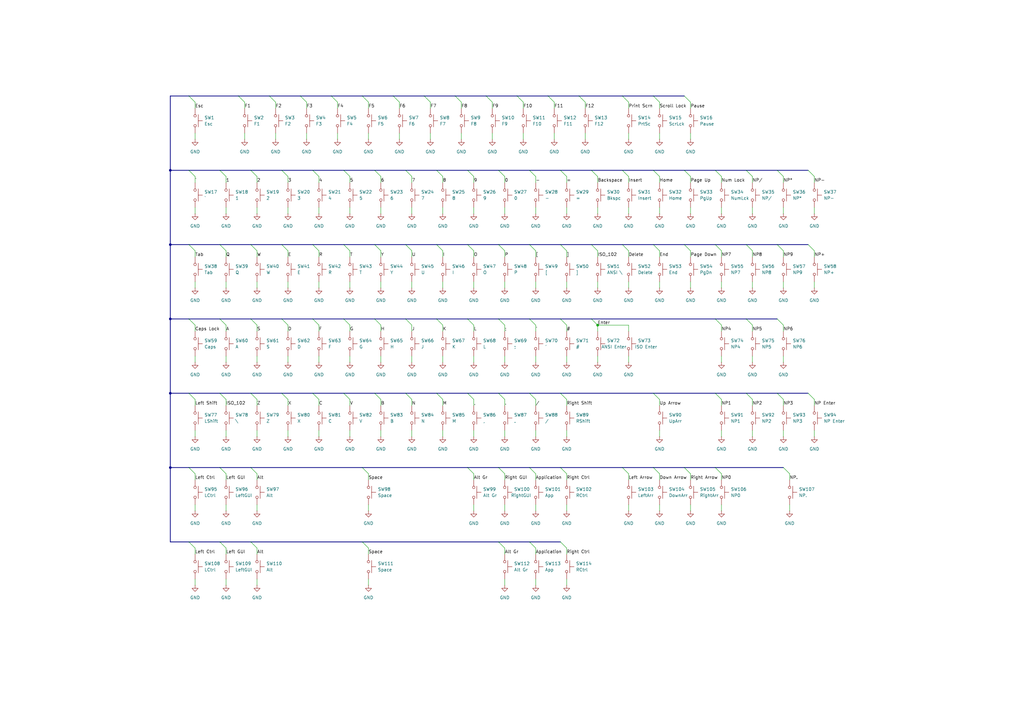
<source format=kicad_sch>
(kicad_sch (version 20250114) (generator "eeschema") (generator_version "9.0")
  (paper "A3")
  (junction (at 69.85 130.81))
  (junction (at 69.85 161.29))
  (junction (at 69.85 69.85))
  (junction (at 69.85 100.33))
  (junction (at 69.85 191.77))
  (junction (at 245.11 133.35))
  (bus_entry (at 242.57 69.85) (size 2.54 2.54))
  (bus_entry (at 191.77 130.81) (size 2.54 2.54))
  (bus_entry (at 166.37 69.85) (size 2.54 2.54))
  (bus_entry (at 77.47 191.77) (size 2.54 2.54))
  (bus_entry (at 267.97 39.37) (size 2.54 2.54))
  (bus_entry (at 191.77 100.33) (size 2.54 2.54))
  (bus_entry (at 148.59 191.77) (size 2.54 2.54))
  (bus_entry (at 217.17 69.85) (size 2.54 2.54))
  (bus_entry (at 204.47 191.77) (size 2.54 2.54))
  (bus_entry (at 280.67 39.37) (size 2.54 2.54))
  (bus_entry (at 128.27 69.85) (size 2.54 2.54))
  (bus_entry (at 229.87 191.77) (size 2.54 2.54))
  (bus_entry (at 153.67 100.33) (size 2.54 2.54))
  (bus_entry (at 90.17 191.77) (size 2.54 2.54))
  (bus_entry (at 102.87 130.81) (size 2.54 2.54))
  (bus_entry (at 204.47 222.25) (size 2.54 2.54))
  (bus_entry (at 217.17 161.29) (size 2.54 2.54))
  (bus_entry (at 140.97 100.33) (size 2.54 2.54))
  (bus_entry (at 140.97 130.81) (size 2.54 2.54))
  (bus_entry (at 153.67 161.29) (size 2.54 2.54))
  (bus_entry (at 229.87 130.81) (size 2.54 2.54))
  (bus_entry (at 110.49 39.37) (size 2.54 2.54))
  (bus_entry (at 90.17 130.81) (size 2.54 2.54))
  (bus_entry (at 179.07 100.33) (size 2.54 2.54))
  (bus_entry (at 321.31 191.77) (size 2.54 2.54))
  (bus_entry (at 166.37 100.33) (size 2.54 2.54))
  (bus_entry (at 237.49 39.37) (size 2.54 2.54))
  (bus_entry (at 191.77 191.77) (size 2.54 2.54))
  (bus_entry (at 115.57 100.33) (size 2.54 2.54))
  (bus_entry (at 318.77 161.29) (size 2.54 2.54))
  (bus_entry (at 123.19 39.37) (size 2.54 2.54))
  (bus_entry (at 293.37 161.29) (size 2.54 2.54))
  (bus_entry (at 153.67 69.85) (size 2.54 2.54))
  (bus_entry (at 217.17 130.81) (size 2.54 2.54))
  (bus_entry (at 293.37 130.81) (size 2.54 2.54))
  (bus_entry (at 102.87 222.25) (size 2.54 2.54))
  (bus_entry (at 331.47 100.33) (size 2.54 2.54))
  (bus_entry (at 179.07 161.29) (size 2.54 2.54))
  (bus_entry (at 77.47 222.25) (size 2.54 2.54))
  (bus_entry (at 217.17 100.33) (size 2.54 2.54))
  (bus_entry (at 280.67 191.77) (size 2.54 2.54))
  (bus_entry (at 242.57 130.81) (size 2.54 2.54))
  (bus_entry (at 255.27 100.33) (size 2.54 2.54))
  (bus_entry (at 204.47 130.81) (size 2.54 2.54))
  (bus_entry (at 128.27 161.29) (size 2.54 2.54))
  (bus_entry (at 306.07 100.33) (size 2.54 2.54))
  (bus_entry (at 229.87 161.29) (size 2.54 2.54))
  (bus_entry (at 255.27 191.77) (size 2.54 2.54))
  (bus_entry (at 115.57 161.29) (size 2.54 2.54))
  (bus_entry (at 97.79 39.37) (size 2.54 2.54))
  (bus_entry (at 161.29 39.37) (size 2.54 2.54))
  (bus_entry (at 179.07 130.81) (size 2.54 2.54))
  (bus_entry (at 242.57 100.33) (size 2.54 2.54))
  (bus_entry (at 280.67 69.85) (size 2.54 2.54))
  (bus_entry (at 293.37 100.33) (size 2.54 2.54))
  (bus_entry (at 77.47 100.33) (size 2.54 2.54))
  (bus_entry (at 267.97 191.77) (size 2.54 2.54))
  (bus_entry (at 293.37 191.77) (size 2.54 2.54))
  (bus_entry (at 173.99 39.37) (size 2.54 2.54))
  (bus_entry (at 140.97 161.29) (size 2.54 2.54))
  (bus_entry (at 212.09 39.37) (size 2.54 2.54))
  (bus_entry (at 115.57 69.85) (size 2.54 2.54))
  (bus_entry (at 204.47 100.33) (size 2.54 2.54))
  (bus_entry (at 77.47 161.29) (size 2.54 2.54))
  (bus_entry (at 331.47 161.29) (size 2.54 2.54))
  (bus_entry (at 186.69 39.37) (size 2.54 2.54))
  (bus_entry (at 191.77 161.29) (size 2.54 2.54))
  (bus_entry (at 255.27 69.85) (size 2.54 2.54))
  (bus_entry (at 153.67 130.81) (size 2.54 2.54))
  (bus_entry (at 229.87 69.85) (size 2.54 2.54))
  (bus_entry (at 102.87 100.33) (size 2.54 2.54))
  (bus_entry (at 102.87 191.77) (size 2.54 2.54))
  (bus_entry (at 280.67 100.33) (size 2.54 2.54))
  (bus_entry (at 90.17 69.85) (size 2.54 2.54))
  (bus_entry (at 293.37 69.85) (size 2.54 2.54))
  (bus_entry (at 306.07 161.29) (size 2.54 2.54))
  (bus_entry (at 191.77 69.85) (size 2.54 2.54))
  (bus_entry (at 166.37 130.81) (size 2.54 2.54))
  (bus_entry (at 77.47 39.37) (size 2.54 2.54))
  (bus_entry (at 128.27 130.81) (size 2.54 2.54))
  (bus_entry (at 267.97 69.85) (size 2.54 2.54))
  (bus_entry (at 128.27 100.33) (size 2.54 2.54))
  (bus_entry (at 77.47 130.81) (size 2.54 2.54))
  (bus_entry (at 77.47 69.85) (size 2.54 2.54))
  (bus_entry (at 102.87 161.29) (size 2.54 2.54))
  (bus_entry (at 90.17 222.25) (size 2.54 2.54))
  (bus_entry (at 115.57 130.81) (size 2.54 2.54))
  (bus_entry (at 204.47 69.85) (size 2.54 2.54))
  (bus_entry (at 102.87 69.85) (size 2.54 2.54))
  (bus_entry (at 140.97 69.85) (size 2.54 2.54))
  (bus_entry (at 229.87 222.25) (size 2.54 2.54))
  (bus_entry (at 318.77 69.85) (size 2.54 2.54))
  (bus_entry (at 204.47 161.29) (size 2.54 2.54))
  (bus_entry (at 135.89 39.37) (size 2.54 2.54))
  (bus_entry (at 255.27 39.37) (size 2.54 2.54))
  (bus_entry (at 90.17 100.33) (size 2.54 2.54))
  (bus_entry (at 148.59 39.37) (size 2.54 2.54))
  (bus_entry (at 199.39 39.37) (size 2.54 2.54))
  (bus_entry (at 166.37 161.29) (size 2.54 2.54))
  (bus_entry (at 224.79 39.37) (size 2.54 2.54))
  (bus_entry (at 306.07 69.85) (size 2.54 2.54))
  (bus_entry (at 148.59 222.25) (size 2.54 2.54))
  (bus_entry (at 267.97 100.33) (size 2.54 2.54))
  (bus_entry (at 306.07 130.81) (size 2.54 2.54))
  (bus_entry (at 90.17 161.29) (size 2.54 2.54))
  (bus_entry (at 217.17 222.25) (size 2.54 2.54))
  (bus_entry (at 217.17 191.77) (size 2.54 2.54))
  (bus_entry (at 229.87 100.33) (size 2.54 2.54))
  (bus_entry (at 331.47 69.85) (size 2.54 2.54))
  (bus_entry (at 267.97 161.29) (size 2.54 2.54))
  (bus_entry (at 318.77 100.33) (size 2.54 2.54))
  (bus_entry (at 318.77 130.81) (size 2.54 2.54))
  (bus_entry (at 179.07 69.85) (size 2.54 2.54))
  (wire (pts (xy 295.91 72.39) (xy 295.91 74.93)))
  (wire (pts (xy 138.43 41.91) (xy 138.43 44.45)))
  (wire (pts (xy 151.13 224.79) (xy 151.13 227.33)))
  (bus (pts (xy 191.77 130.81) (xy 204.47 130.81)))
  (wire (pts (xy 232.41 115.57) (xy 232.41 118.11)))
  (wire (pts (xy 118.11 176.53) (xy 118.11 179.07)))
  (wire (pts (xy 219.71 133.35) (xy 219.71 135.89)))
  (bus (pts (xy 318.77 69.85) (xy 331.47 69.85)))
  (bus (pts (xy 229.87 130.81) (xy 242.57 130.81)))
  (bus (pts (xy 69.85 191.77) (xy 69.85 222.25)))
  (wire (pts (xy 163.83 54.61) (xy 163.83 57.15)))
  (wire (pts (xy 240.03 41.91) (xy 240.03 44.45)))
  (wire (pts (xy 194.31 133.35) (xy 194.31 135.89)))
  (wire (pts (xy 232.41 224.79) (xy 232.41 227.33)))
  (wire (pts (xy 232.41 133.35) (xy 232.41 135.89)))
  (bus (pts (xy 102.87 191.77) (xy 148.59 191.77)))
  (wire (pts (xy 207.01 102.87) (xy 207.01 105.41)))
  (wire (pts (xy 207.01 72.39) (xy 207.01 74.93)))
  (bus (pts (xy 229.87 161.29) (xy 267.97 161.29)))
  (bus (pts (xy 229.87 100.33) (xy 242.57 100.33)))
  (wire (pts (xy 92.71 85.09) (xy 92.71 87.63)))
  (bus (pts (xy 69.85 161.29) (xy 77.47 161.29)))
  (wire (pts (xy 270.51 194.31) (xy 270.51 196.85)))
  (bus (pts (xy 179.07 130.81) (xy 191.77 130.81)))
  (bus (pts (xy 102.87 161.29) (xy 115.57 161.29)))
  (wire (pts (xy 80.01 72.39) (xy 80.01 74.93)))
  (wire (pts (xy 130.81 102.87) (xy 130.81 105.41)))
  (wire (pts (xy 270.51 102.87) (xy 270.51 105.41)))
  (wire (pts (xy 80.01 224.79) (xy 80.01 227.33)))
  (bus (pts (xy 267.97 39.37) (xy 280.67 39.37)))
  (wire (pts (xy 283.21 85.09) (xy 283.21 87.63)))
  (wire (pts (xy 181.61 176.53) (xy 181.61 179.07)))
  (wire (pts (xy 130.81 85.09) (xy 130.81 87.63)))
  (bus (pts (xy 229.87 69.85) (xy 242.57 69.85)))
  (wire (pts (xy 245.11 146.05) (xy 245.11 148.59)))
  (wire (pts (xy 156.21 146.05) (xy 156.21 148.59)))
  (wire (pts (xy 92.71 237.49) (xy 92.71 240.03)))
  (bus (pts (xy 217.17 222.25) (xy 229.87 222.25)))
  (wire (pts (xy 270.51 72.39) (xy 270.51 74.93)))
  (wire (pts (xy 156.21 176.53) (xy 156.21 179.07)))
  (wire (pts (xy 105.41 194.31) (xy 105.41 196.85)))
  (wire (pts (xy 219.71 207.01) (xy 219.71 209.55)))
  (wire (pts (xy 181.61 102.87) (xy 181.61 105.41)))
  (wire (pts (xy 257.81 72.39) (xy 257.81 74.93)))
  (wire (pts (xy 151.13 237.49) (xy 151.13 240.03)))
  (wire (pts (xy 156.21 72.39) (xy 156.21 74.93)))
  (bus (pts (xy 90.17 161.29) (xy 102.87 161.29)))
  (wire (pts (xy 207.01 194.31) (xy 207.01 196.85)))
  (wire (pts (xy 92.71 163.83) (xy 92.71 166.37)))
  (wire (pts (xy 295.91 163.83) (xy 295.91 166.37)))
  (bus (pts (xy 90.17 222.25) (xy 102.87 222.25)))
  (bus (pts (xy 148.59 222.25) (xy 204.47 222.25)))
  (bus (pts (xy 237.49 39.37) (xy 255.27 39.37)))
  (bus (pts (xy 90.17 100.33) (xy 102.87 100.33)))
  (wire (pts (xy 245.11 133.35) (xy 245.11 135.89)))
  (wire (pts (xy 334.01 102.87) (xy 334.01 105.41)))
  (bus (pts (xy 306.07 100.33) (xy 318.77 100.33)))
  (wire (pts (xy 283.21 41.91) (xy 283.21 44.45)))
  (wire (pts (xy 118.11 72.39) (xy 118.11 74.93)))
  (wire (pts (xy 308.61 85.09) (xy 308.61 87.63)))
  (wire (pts (xy 92.71 115.57) (xy 92.71 118.11)))
  (wire (pts (xy 201.93 54.61) (xy 201.93 57.15)))
  (wire (pts (xy 270.51 163.83) (xy 270.51 166.37)))
  (wire (pts (xy 283.21 72.39) (xy 283.21 74.93)))
  (wire (pts (xy 227.33 41.91) (xy 227.33 44.45)))
  (bus (pts (xy 77.47 39.37) (xy 97.79 39.37)))
  (bus (pts (xy 148.59 191.77) (xy 191.77 191.77)))
  (bus (pts (xy 77.47 161.29) (xy 90.17 161.29)))
  (bus (pts (xy 69.85 222.25) (xy 77.47 222.25)))
  (wire (pts (xy 105.41 237.49) (xy 105.41 240.03)))
  (bus (pts (xy 191.77 100.33) (xy 204.47 100.33)))
  (wire (pts (xy 219.71 237.49) (xy 219.71 240.03)))
  (bus (pts (xy 102.87 69.85) (xy 115.57 69.85)))
  (bus (pts (xy 173.99 39.37) (xy 186.69 39.37)))
  (bus (pts (xy 293.37 161.29) (xy 306.07 161.29)))
  (wire (pts (xy 257.81 115.57) (xy 257.81 118.11)))
  (bus (pts (xy 140.97 100.33) (xy 153.67 100.33)))
  (wire (pts (xy 245.11 102.87) (xy 245.11 105.41)))
  (wire (pts (xy 80.01 237.49) (xy 80.01 240.03)))
  (wire (pts (xy 295.91 176.53) (xy 295.91 179.07)))
  (wire (pts (xy 257.81 41.91) (xy 257.81 44.45)))
  (wire (pts (xy 143.51 163.83) (xy 143.51 166.37)))
  (bus (pts (xy 69.85 130.81) (xy 69.85 161.29)))
  (bus (pts (xy 148.59 39.37) (xy 161.29 39.37)))
  (wire (pts (xy 295.91 133.35) (xy 295.91 135.89)))
  (wire (pts (xy 181.61 163.83) (xy 181.61 166.37)))
  (wire (pts (xy 321.31 176.53) (xy 321.31 179.07)))
  (bus (pts (xy 229.87 191.77) (xy 255.27 191.77)))
  (wire (pts (xy 283.21 102.87) (xy 283.21 105.41)))
  (wire (pts (xy 80.01 102.87) (xy 80.01 105.41)))
  (bus (pts (xy 280.67 191.77) (xy 293.37 191.77)))
  (wire (pts (xy 100.33 54.61) (xy 100.33 57.15)))
  (bus (pts (xy 191.77 161.29) (xy 204.47 161.29)))
  (bus (pts (xy 128.27 69.85) (xy 140.97 69.85)))
  (bus (pts (xy 166.37 130.81) (xy 179.07 130.81)))
  (wire (pts (xy 118.11 146.05) (xy 118.11 148.59)))
  (wire (pts (xy 92.71 176.53) (xy 92.71 179.07)))
  (bus (pts (xy 186.69 39.37) (xy 199.39 39.37)))
  (wire (pts (xy 118.11 85.09) (xy 118.11 87.63)))
  (bus (pts (xy 293.37 130.81) (xy 306.07 130.81)))
  (bus (pts (xy 255.27 39.37) (xy 267.97 39.37)))
  (bus (pts (xy 115.57 100.33) (xy 128.27 100.33)))
  (wire (pts (xy 219.71 194.31) (xy 219.71 196.85)))
  (wire (pts (xy 295.91 102.87) (xy 295.91 105.41)))
  (bus (pts (xy 179.07 69.85) (xy 191.77 69.85)))
  (bus (pts (xy 306.07 130.81) (xy 318.77 130.81)))
  (bus (pts (xy 306.07 69.85) (xy 318.77 69.85)))
  (wire (pts (xy 80.01 207.01) (xy 80.01 209.55)))
  (wire (pts (xy 295.91 194.31) (xy 295.91 196.85)))
  (wire (pts (xy 168.91 133.35) (xy 168.91 135.89)))
  (bus (pts (xy 69.85 69.85) (xy 77.47 69.85)))
  (wire (pts (xy 168.91 85.09) (xy 168.91 87.63)))
  (wire (pts (xy 308.61 176.53) (xy 308.61 179.07)))
  (wire (pts (xy 219.71 176.53) (xy 219.71 179.07)))
  (bus (pts (xy 204.47 130.81) (xy 217.17 130.81)))
  (wire (pts (xy 156.21 163.83) (xy 156.21 166.37)))
  (bus (pts (xy 110.49 39.37) (xy 123.19 39.37)))
  (wire (pts (xy 232.41 146.05) (xy 232.41 148.59)))
  (wire (pts (xy 245.11 133.35) (xy 257.81 133.35)))
  (bus (pts (xy 267.97 100.33) (xy 280.67 100.33)))
  (bus (pts (xy 153.67 130.81) (xy 166.37 130.81)))
  (wire (pts (xy 92.71 224.79) (xy 92.71 227.33)))
  (bus (pts (xy 212.09 39.37) (xy 224.79 39.37)))
  (bus (pts (xy 179.07 161.29) (xy 191.77 161.29)))
  (wire (pts (xy 207.01 146.05) (xy 207.01 148.59)))
  (wire (pts (xy 257.81 133.35) (xy 257.81 135.89)))
  (wire (pts (xy 130.81 72.39) (xy 130.81 74.93)))
  (wire (pts (xy 308.61 163.83) (xy 308.61 166.37)))
  (bus (pts (xy 153.67 69.85) (xy 166.37 69.85)))
  (wire (pts (xy 214.63 54.61) (xy 214.63 57.15)))
  (wire (pts (xy 143.51 133.35) (xy 143.51 135.89)))
  (bus (pts (xy 69.85 191.77) (xy 77.47 191.77)))
  (wire (pts (xy 232.41 163.83) (xy 232.41 166.37)))
  (wire (pts (xy 168.91 176.53) (xy 168.91 179.07)))
  (wire (pts (xy 143.51 102.87) (xy 143.51 105.41)))
  (bus (pts (xy 135.89 39.37) (xy 148.59 39.37)))
  (wire (pts (xy 295.91 207.01) (xy 295.91 209.55)))
  (wire (pts (xy 143.51 72.39) (xy 143.51 74.93)))
  (wire (pts (xy 168.91 115.57) (xy 168.91 118.11)))
  (bus (pts (xy 69.85 130.81) (xy 77.47 130.81)))
  (wire (pts (xy 334.01 163.83) (xy 334.01 166.37)))
  (wire (pts (xy 105.41 224.79) (xy 105.41 227.33)))
  (wire (pts (xy 113.03 41.91) (xy 113.03 44.45)))
  (wire (pts (xy 118.11 163.83) (xy 118.11 166.37)))
  (wire (pts (xy 321.31 115.57) (xy 321.31 118.11)))
  (wire (pts (xy 80.01 146.05) (xy 80.01 148.59)))
  (bus (pts (xy 242.57 130.81) (xy 293.37 130.81)))
  (bus (pts (xy 280.67 69.85) (xy 293.37 69.85)))
  (bus (pts (xy 69.85 69.85) (xy 69.85 100.33)))
  (wire (pts (xy 92.71 102.87) (xy 92.71 105.41)))
  (wire (pts (xy 283.21 194.31) (xy 283.21 196.85)))
  (bus (pts (xy 191.77 69.85) (xy 204.47 69.85)))
  (bus (pts (xy 115.57 69.85) (xy 128.27 69.85)))
  (wire (pts (xy 194.31 102.87) (xy 194.31 105.41)))
  (wire (pts (xy 232.41 102.87) (xy 232.41 105.41)))
  (bus (pts (xy 90.17 130.81) (xy 102.87 130.81)))
  (wire (pts (xy 80.01 194.31) (xy 80.01 196.85)))
  (wire (pts (xy 270.51 115.57) (xy 270.51 118.11)))
  (wire (pts (xy 80.01 176.53) (xy 80.01 179.07)))
  (wire (pts (xy 295.91 146.05) (xy 295.91 148.59)))
  (wire (pts (xy 105.41 115.57) (xy 105.41 118.11)))
  (wire (pts (xy 219.71 115.57) (xy 219.71 118.11)))
  (wire (pts (xy 207.01 224.79) (xy 207.01 227.33)))
  (bus (pts (xy 280.67 100.33) (xy 293.37 100.33)))
  (wire (pts (xy 207.01 237.49) (xy 207.01 240.03)))
  (wire (pts (xy 323.85 207.01) (xy 323.85 209.55)))
  (wire (pts (xy 232.41 72.39) (xy 232.41 74.93)))
  (wire (pts (xy 125.73 41.91) (xy 125.73 44.45)))
  (wire (pts (xy 245.11 72.39) (xy 245.11 74.93)))
  (bus (pts (xy 90.17 69.85) (xy 102.87 69.85)))
  (wire (pts (xy 295.91 115.57) (xy 295.91 118.11)))
  (wire (pts (xy 257.81 194.31) (xy 257.81 196.85)))
  (wire (pts (xy 219.71 72.39) (xy 219.71 74.93)))
  (wire (pts (xy 227.33 54.61) (xy 227.33 57.15)))
  (wire (pts (xy 80.01 115.57) (xy 80.01 118.11)))
  (bus (pts (xy 204.47 222.25) (xy 217.17 222.25)))
  (wire (pts (xy 113.03 54.61) (xy 113.03 57.15)))
  (wire (pts (xy 151.13 41.91) (xy 151.13 44.45)))
  (wire (pts (xy 176.53 54.61) (xy 176.53 57.15)))
  (wire (pts (xy 245.11 115.57) (xy 245.11 118.11)))
  (wire (pts (xy 92.71 72.39) (xy 92.71 74.93)))
  (wire (pts (xy 100.33 41.91) (xy 100.33 44.45)))
  (bus (pts (xy 267.97 191.77) (xy 280.67 191.77)))
  (bus (pts (xy 267.97 69.85) (xy 280.67 69.85)))
  (wire (pts (xy 194.31 85.09) (xy 194.31 87.63)))
  (wire (pts (xy 321.31 133.35) (xy 321.31 135.89)))
  (wire (pts (xy 257.81 54.61) (xy 257.81 57.15)))
  (bus (pts (xy 217.17 100.33) (xy 229.87 100.33)))
  (bus (pts (xy 128.27 100.33) (xy 140.97 100.33)))
  (wire (pts (xy 189.23 41.91) (xy 189.23 44.45)))
  (bus (pts (xy 179.07 100.33) (xy 191.77 100.33)))
  (wire (pts (xy 245.11 85.09) (xy 245.11 87.63)))
  (wire (pts (xy 143.51 146.05) (xy 143.51 148.59)))
  (wire (pts (xy 118.11 115.57) (xy 118.11 118.11)))
  (bus (pts (xy 217.17 69.85) (xy 229.87 69.85)))
  (wire (pts (xy 80.01 85.09) (xy 80.01 87.63)))
  (wire (pts (xy 105.41 102.87) (xy 105.41 105.41)))
  (wire (pts (xy 219.71 163.83) (xy 219.71 166.37)))
  (wire (pts (xy 143.51 115.57) (xy 143.51 118.11)))
  (wire (pts (xy 181.61 115.57) (xy 181.61 118.11)))
  (wire (pts (xy 105.41 163.83) (xy 105.41 166.37)))
  (wire (pts (xy 323.85 194.31) (xy 323.85 196.85)))
  (wire (pts (xy 321.31 102.87) (xy 321.31 105.41)))
  (bus (pts (xy 102.87 130.81) (xy 115.57 130.81)))
  (bus (pts (xy 140.97 69.85) (xy 153.67 69.85)))
  (wire (pts (xy 207.01 163.83) (xy 207.01 166.37)))
  (bus (pts (xy 115.57 161.29) (xy 128.27 161.29)))
  (bus (pts (xy 123.19 39.37) (xy 135.89 39.37)))
  (wire (pts (xy 92.71 133.35) (xy 92.71 135.89)))
  (wire (pts (xy 240.03 54.61) (xy 240.03 57.15)))
  (wire (pts (xy 257.81 102.87) (xy 257.81 105.41)))
  (bus (pts (xy 204.47 100.33) (xy 217.17 100.33)))
  (wire (pts (xy 118.11 102.87) (xy 118.11 105.41)))
  (wire (pts (xy 270.51 41.91) (xy 270.51 44.45)))
  (wire (pts (xy 295.91 85.09) (xy 295.91 87.63)))
  (wire (pts (xy 181.61 72.39) (xy 181.61 74.93)))
  (wire (pts (xy 80.01 54.61) (xy 80.01 57.15)))
  (bus (pts (xy 204.47 69.85) (xy 217.17 69.85)))
  (bus (pts (xy 77.47 222.25) (xy 90.17 222.25)))
  (wire (pts (xy 181.61 85.09) (xy 181.61 87.63)))
  (wire (pts (xy 143.51 85.09) (xy 143.51 87.63)))
  (bus (pts (xy 293.37 69.85) (xy 306.07 69.85)))
  (wire (pts (xy 105.41 72.39) (xy 105.41 74.93)))
  (wire (pts (xy 130.81 115.57) (xy 130.81 118.11)))
  (wire (pts (xy 105.41 207.01) (xy 105.41 209.55)))
  (wire (pts (xy 201.93 41.91) (xy 201.93 44.45)))
  (bus (pts (xy 77.47 100.33) (xy 90.17 100.33)))
  (wire (pts (xy 130.81 163.83) (xy 130.81 166.37)))
  (bus (pts (xy 69.85 100.33) (xy 69.85 130.81)))
  (bus (pts (xy 255.27 191.77) (xy 267.97 191.77)))
  (wire (pts (xy 194.31 72.39) (xy 194.31 74.93)))
  (bus (pts (xy 102.87 100.33) (xy 115.57 100.33)))
  (wire (pts (xy 130.81 146.05) (xy 130.81 148.59)))
  (bus (pts (xy 140.97 161.29) (xy 153.67 161.29)))
  (wire (pts (xy 194.31 146.05) (xy 194.31 148.59)))
  (wire (pts (xy 194.31 163.83) (xy 194.31 166.37)))
  (wire (pts (xy 308.61 115.57) (xy 308.61 118.11)))
  (wire (pts (xy 334.01 72.39) (xy 334.01 74.93)))
  (wire (pts (xy 308.61 146.05) (xy 308.61 148.59)))
  (wire (pts (xy 219.71 85.09) (xy 219.71 87.63)))
  (wire (pts (xy 181.61 133.35) (xy 181.61 135.89)))
  (bus (pts (xy 204.47 191.77) (xy 217.17 191.77)))
  (wire (pts (xy 308.61 133.35) (xy 308.61 135.89)))
  (wire (pts (xy 156.21 85.09) (xy 156.21 87.63)))
  (bus (pts (xy 128.27 130.81) (xy 140.97 130.81)))
  (bus (pts (xy 102.87 222.25) (xy 148.59 222.25)))
  (bus (pts (xy 242.57 69.85) (xy 255.27 69.85)))
  (bus (pts (xy 217.17 191.77) (xy 229.87 191.77)))
  (bus (pts (xy 318.77 100.33) (xy 331.47 100.33)))
  (bus (pts (xy 90.17 191.77) (xy 102.87 191.77)))
  (wire (pts (xy 194.31 194.31) (xy 194.31 196.85)))
  (wire (pts (xy 207.01 85.09) (xy 207.01 87.63)))
  (bus (pts (xy 69.85 39.37) (xy 77.47 39.37)))
  (wire (pts (xy 118.11 133.35) (xy 118.11 135.89)))
  (wire (pts (xy 283.21 207.01) (xy 283.21 209.55)))
  (wire (pts (xy 321.31 163.83) (xy 321.31 166.37)))
  (bus (pts (xy 153.67 100.33) (xy 166.37 100.33)))
  (wire (pts (xy 194.31 176.53) (xy 194.31 179.07)))
  (bus (pts (xy 69.85 100.33) (xy 77.47 100.33)))
  (wire (pts (xy 176.53 41.91) (xy 176.53 44.45)))
  (wire (pts (xy 232.41 237.49) (xy 232.41 240.03)))
  (wire (pts (xy 257.81 146.05) (xy 257.81 148.59)))
  (bus (pts (xy 128.27 161.29) (xy 140.97 161.29)))
  (bus (pts (xy 77.47 130.81) (xy 90.17 130.81)))
  (bus (pts (xy 224.79 39.37) (xy 237.49 39.37)))
  (wire (pts (xy 334.01 115.57) (xy 334.01 118.11)))
  (wire (pts (xy 92.71 146.05) (xy 92.71 148.59)))
  (wire (pts (xy 105.41 176.53) (xy 105.41 179.07)))
  (bus (pts (xy 217.17 161.29) (xy 229.87 161.29)))
  (bus (pts (xy 166.37 161.29) (xy 179.07 161.29)))
  (wire (pts (xy 163.83 41.91) (xy 163.83 44.45)))
  (wire (pts (xy 168.91 146.05) (xy 168.91 148.59)))
  (wire (pts (xy 156.21 115.57) (xy 156.21 118.11)))
  (wire (pts (xy 232.41 176.53) (xy 232.41 179.07)))
  (wire (pts (xy 270.51 176.53) (xy 270.51 179.07)))
  (bus (pts (xy 166.37 69.85) (xy 179.07 69.85)))
  (bus (pts (xy 97.79 39.37) (xy 110.49 39.37)))
  (wire (pts (xy 270.51 207.01) (xy 270.51 209.55)))
  (wire (pts (xy 308.61 102.87) (xy 308.61 105.41)))
  (wire (pts (xy 207.01 176.53) (xy 207.01 179.07)))
  (wire (pts (xy 156.21 133.35) (xy 156.21 135.89)))
  (bus (pts (xy 293.37 100.33) (xy 306.07 100.33)))
  (wire (pts (xy 80.01 133.35) (xy 80.01 135.89)))
  (wire (pts (xy 334.01 85.09) (xy 334.01 87.63)))
  (bus (pts (xy 242.57 100.33) (xy 255.27 100.33)))
  (wire (pts (xy 80.01 163.83) (xy 80.01 166.37)))
  (wire (pts (xy 130.81 176.53) (xy 130.81 179.07)))
  (wire (pts (xy 151.13 54.61) (xy 151.13 57.15)))
  (wire (pts (xy 151.13 194.31) (xy 151.13 196.85)))
  (wire (pts (xy 321.31 146.05) (xy 321.31 148.59)))
  (wire (pts (xy 156.21 102.87) (xy 156.21 105.41)))
  (bus (pts (xy 306.07 161.29) (xy 318.77 161.29)))
  (wire (pts (xy 270.51 85.09) (xy 270.51 87.63)))
  (wire (pts (xy 207.01 207.01) (xy 207.01 209.55)))
  (wire (pts (xy 189.23 54.61) (xy 189.23 57.15)))
  (wire (pts (xy 138.43 54.61) (xy 138.43 57.15)))
  (wire (pts (xy 92.71 194.31) (xy 92.71 196.85)))
  (wire (pts (xy 168.91 72.39) (xy 168.91 74.93)))
  (wire (pts (xy 334.01 176.53) (xy 334.01 179.07)))
  (wire (pts (xy 194.31 115.57) (xy 194.31 118.11)))
  (wire (pts (xy 219.71 146.05) (xy 219.71 148.59)))
  (wire (pts (xy 105.41 146.05) (xy 105.41 148.59)))
  (wire (pts (xy 207.01 115.57) (xy 207.01 118.11)))
  (wire (pts (xy 232.41 85.09) (xy 232.41 87.63)))
  (wire (pts (xy 308.61 72.39) (xy 308.61 74.93)))
  (wire (pts (xy 321.31 72.39) (xy 321.31 74.93)))
  (wire (pts (xy 92.71 207.01) (xy 92.71 209.55)))
  (wire (pts (xy 168.91 102.87) (xy 168.91 105.41)))
  (bus (pts (xy 255.27 69.85) (xy 267.97 69.85)))
  (wire (pts (xy 270.51 54.61) (xy 270.51 57.15)))
  (wire (pts (xy 257.81 85.09) (xy 257.81 87.63)))
  (wire (pts (xy 321.31 85.09) (xy 321.31 87.63)))
  (bus (pts (xy 267.97 161.29) (xy 293.37 161.29)))
  (bus (pts (xy 69.85 161.29) (xy 69.85 191.77)))
  (wire (pts (xy 181.61 146.05) (xy 181.61 148.59)))
  (wire (pts (xy 194.31 207.01) (xy 194.31 209.55)))
  (bus (pts (xy 161.29 39.37) (xy 173.99 39.37)))
  (bus (pts (xy 140.97 130.81) (xy 153.67 130.81)))
  (wire (pts (xy 105.41 133.35) (xy 105.41 135.89)))
  (bus (pts (xy 69.85 39.37) (xy 69.85 69.85)))
  (bus (pts (xy 204.47 161.29) (xy 217.17 161.29)))
  (wire (pts (xy 283.21 115.57) (xy 283.21 118.11)))
  (bus (pts (xy 255.27 100.33) (xy 267.97 100.33)))
  (wire (pts (xy 219.71 102.87) (xy 219.71 105.41)))
  (wire (pts (xy 151.13 207.01) (xy 151.13 209.55)))
  (bus (pts (xy 115.57 130.81) (xy 128.27 130.81)))
  (wire (pts (xy 283.21 54.61) (xy 283.21 57.15)))
  (wire (pts (xy 130.81 133.35) (xy 130.81 135.89)))
  (wire (pts (xy 232.41 207.01) (xy 232.41 209.55)))
  (wire (pts (xy 219.71 224.79) (xy 219.71 227.33)))
  (wire (pts (xy 232.41 194.31) (xy 232.41 196.85)))
  (wire (pts (xy 80.01 41.91) (xy 80.01 44.45)))
  (wire (pts (xy 125.73 54.61) (xy 125.73 57.15)))
  (bus (pts (xy 166.37 100.33) (xy 179.07 100.33)))
  (bus (pts (xy 153.67 161.29) (xy 166.37 161.29)))
  (wire (pts (xy 207.01 133.35) (xy 207.01 135.89)))
  (bus (pts (xy 293.37 191.77) (xy 321.31 191.77)))
  (wire (pts (xy 143.51 176.53) (xy 143.51 179.07)))
  (bus (pts (xy 199.39 39.37) (xy 212.09 39.37)))
  (bus (pts (xy 318.77 161.29) (xy 331.47 161.29)))
  (wire (pts (xy 168.91 163.83) (xy 168.91 166.37)))
  (wire (pts (xy 105.41 85.09) (xy 105.41 87.63)))
  (bus (pts (xy 77.47 191.77) (xy 90.17 191.77)))
  (bus (pts (xy 217.17 130.81) (xy 229.87 130.81)))
  (bus (pts (xy 191.77 191.77) (xy 204.47 191.77)))
  (bus (pts (xy 77.47 69.85) (xy 90.17 69.85)))
  (wire (pts (xy 214.63 41.91) (xy 214.63 44.45)))
  (wire (pts (xy 257.81 207.01) (xy 257.81 209.55)))
  (label "{slash}" (at 219.71 166.37 0))
  (label "NP5" (at 308.61 135.89 0))
  (label "F5" (at 151.13 44.45 0))
  (label "Right Shift" (at 232.41 166.37 0))
  (label "NP-" (at 334.01 74.93 0))
  (label "9" (at 194.31 74.93 0))
  (label "Num Lock" (at 295.91 74.93 0))
  (label "Left Arrow" (at 257.81 196.85 0))
  (label "T" (at 143.51 105.41 0))
  (label "NP0" (at 295.91 196.85 0))
  (label "NP+" (at 334.01 105.41 0))
  (label "Left Ctrl" (at 80.01 227.33 0))
  (label "Left GUI" (at 92.71 227.33 0))
  (label "7" (at 168.91 74.93 0))
  (label "F11" (at 227.33 44.45 0))
  (label "'" (at 219.71 135.89 0))
  (label "J" (at 168.91 135.89 0))
  (label "Alt" (at 105.41 196.85 0))
  (label "3" (at 118.11 74.93 0))
  (label "ISO_102" (at 92.71 166.37 0))
  (label "Application" (at 219.71 196.85 0))
  (label "Alt Gr" (at 207.01 227.33 0))
  (label "NP2" (at 308.61 166.37 0))
  (label "F" (at 130.81 135.89 0))
  (label "L" (at 194.31 135.89 0))
  (label "8" (at 181.61 74.93 0))
  (label "F6" (at 163.83 44.45 0))
  (label "NP*" (at 321.31 74.93 0))
  (label "Up Arrow" (at 270.51 166.37 0))
  (label "Insert" (at 257.81 74.93 0))
  (label "Home" (at 270.51 74.93 0))
  (label "Right Arrow" (at 283.21 196.85 0))
  (label "F10" (at 214.63 44.45 0))
  (label "4" (at 130.81 74.93 0))
  (label "#" (at 232.41 135.89 0))
  (label "C" (at 130.81 166.37 0))
  (label "V" (at 143.51 166.37 0))
  (label "N" (at 168.91 166.37 0))
  (label "Right GUI" (at 207.01 196.85 0))
  (label "]" (at 232.41 105.41 0))
  (label "A" (at 92.71 135.89 0))
  (label "-" (at 219.71 74.93 0))
  (label "Delete" (at 257.81 105.41 0))
  (label "Alt" (at 105.41 227.33 0))
  (label "Backspace" (at 245.11 74.93 0))
  (label "5" (at 143.51 74.93 0))
  (label "Q" (at 92.71 105.41 0))
  (label "G" (at 143.51 135.89 0))
  (label "S" (at 105.41 135.89 0))
  (label "F12" (at 240.03 44.45 0))
  (label "NP{slash}" (at 308.61 74.93 0))
  (label "NP9" (at 321.31 105.41 0))
  (label "=" (at 232.41 74.93 0))
  (label "NP Enter" (at 334.01 166.37 0))
  (label "F1" (at 100.33 44.45 0))
  (label "Tab" (at 80.01 105.41 0))
  (label "Space" (at 151.13 196.85 0))
  (label "R" (at 130.81 105.41 0))
  (label "6" (at 156.21 74.93 0))
  (label "Down Arrow" (at 270.51 196.85 0))
  (label "Y" (at 156.21 105.41 0))
  (label "F9" (at 201.93 44.45 0))
  (label "F2" (at 113.03 44.45 0))
  (label "1" (at 92.71 74.93 0))
  (label "Alt Gr" (at 194.31 196.85 0))
  (label "NP3" (at 321.31 166.37 0))
  (label "Esc" (at 80.01 44.45 0))
  (label "Space" (at 151.13 227.33 0))
  (label "X" (at 118.11 166.37 0))
  (label "End" (at 270.51 105.41 0))
  (label "NP." (at 323.85 196.85 0))
  (label "NP8" (at 308.61 105.41 0))
  (label "0" (at 207.01 74.93 0))
  (label "Scroll Lock" (at 270.51 44.45 0))
  (label "Print Scrn" (at 257.81 44.45 0))
  (label "H" (at 156.21 135.89 0))
  (label "W" (at 105.41 105.41 0))
  (label "NP6" (at 321.31 135.89 0))
  (label "Enter" (at 245.11 133.35 0))
  (label "NP4" (at 295.91 135.89 0))
  (label "Right Ctrl" (at 232.41 227.33 0))
  (label "NP7" (at 295.91 105.41 0))
  (label "`" (at 80.01 74.93 0))
  (label "M" (at 181.61 166.37 0))
  (label "Right Ctrl" (at 232.41 196.85 0))
  (label "F4" (at 138.43 44.45 0))
  (label "I" (at 181.61 105.41 0))
  (label "Left Ctrl" (at 80.01 196.85 0))
  (label "P" (at 207.01 105.41 0))
  (label "NP1" (at 295.91 166.37 0))
  (label "[" (at 219.71 105.41 0))
  (label "K" (at 181.61 135.89 0))
  (label "Pause" (at 283.21 44.45 0))
  (label "O" (at 194.31 105.41 0))
  (label "," (at 194.31 166.37 0))
  (label "Z" (at 105.41 166.37 0))
  (label "Page Up" (at 283.21 74.93 0))
  (label "F3" (at 125.73 44.45 0))
  (label "E" (at 118.11 105.41 0))
  (label "Caps Lock" (at 80.01 135.89 0))
  (label ";" (at 207.01 135.89 0))
  (label "B" (at 156.21 166.37 0))
  (label "F8" (at 189.23 44.45 0))
  (label "Application" (at 219.71 227.33 0))
  (label "Left Shift" (at 80.01 166.37 0))
  (label "Page Down" (at 283.21 105.41 0))
  (label "Left GUI" (at 92.71 196.85 0))
  (label "D" (at 118.11 135.89 0))
  (label "ISO_102" (at 245.11 105.41 0))
  (label "U" (at 168.91 105.41 0))
  (label "2" (at 105.41 74.93 0))
  (label "." (at 207.01 166.37 0))
  (label "F7" (at 176.53 44.45 0))
  (symbol (lib_id "Switch:SW_Push") (at 118.11 110.49 270) (unit 1)
    (property "Reference" "SW41" (at 121.92 109.2199 90) (effects (justify left)))
    (property "Value" "E" (at 121.92 111.7599 90) (effects (justify left)))
    (property "Description" "Push button switch, generic, two pins" (effects (hide yes)))
  )
  (symbol (lib_id "Switch:SW_Push") (at 219.71 201.93 270) (unit 1)
    (property "Reference" "SW101" (at 223.52 200.6599 90) (effects (justify left)))
    (property "Value" "App" (at 223.52 203.1999 90) (effects (justify left)))
    (property "Description" "Push button switch, generic, two pins" (effects (hide yes)))
  )
  (symbol (lib_id "Switch:SW_Push") (at 105.41 201.93 270) (unit 1)
    (property "Reference" "SW97" (at 109.22 200.6599 90) (effects (justify left)))
    (property "Value" "Alt" (at 109.22 203.1999 90) (effects (justify left)))
    (property "Description" "Push button switch, generic, two pins" (effects (hide yes)))
  )
  (symbol (lib_id "Switch:SW_Push") (at 207.01 171.45 270) (unit 1)
    (property "Reference" "SW87" (at 210.82 170.1799 90) (effects (justify left)))
    (property "Value" "." (at 210.82 172.7199 90) (effects (justify left)))
    (property "Description" "Push button switch, generic, two pins" (effects (hide yes)))
  )
  (symbol (lib_id "power:GND") (at 232.41 209.55 0) (unit 1)
    (property "Reference" "#PWR0104" (effects (hide yes)))
    (property "Value" "GND" (at 232.41 214.63 0))
    (property "Description" "Power symbol creates a global label with name \"GND\" , ground" (effects (hide yes)))
  )
  (symbol (lib_id "power:GND") (at 181.61 118.11 0) (unit 1)
    (property "Reference" "#PWR046" (effects (hide yes)))
    (property "Value" "GND" (at 181.61 123.19 0))
    (property "Description" "Power symbol creates a global label with name \"GND\" , ground" (effects (hide yes)))
  )
  (symbol (lib_id "power:GND") (at 80.01 87.63 0) (unit 1)
    (property "Reference" "#PWR017" (effects (hide yes)))
    (property "Value" "GND" (at 80.01 92.71 0))
    (property "Description" "Power symbol creates a global label with name \"GND\" , ground" (effects (hide yes)))
  )
  (symbol (lib_id "power:GND") (at 270.51 209.55 0) (unit 1)
    (property "Reference" "#PWR0106" (effects (hide yes)))
    (property "Value" "GND" (at 270.51 214.63 0))
    (property "Description" "Power symbol creates a global label with name \"GND\" , ground" (effects (hide yes)))
  )
  (symbol (lib_id "power:GND") (at 207.01 179.07 0) (unit 1)
    (property "Reference" "#PWR087" (effects (hide yes)))
    (property "Value" "GND" (at 207.01 184.15 0))
    (property "Description" "Power symbol creates a global label with name \"GND\" , ground" (effects (hide yes)))
  )
  (symbol (lib_id "power:GND") (at 105.41 179.07 0) (unit 1)
    (property "Reference" "#PWR079" (effects (hide yes)))
    (property "Value" "GND" (at 105.41 184.15 0))
    (property "Description" "Power symbol creates a global label with name \"GND\" , ground" (effects (hide yes)))
  )
  (symbol (lib_id "Switch:SW_Push") (at 207.01 110.49 270) (unit 1)
    (property "Reference" "SW48" (at 210.82 109.2199 90) (effects (justify left)))
    (property "Value" "P" (at 210.82 111.7599 90) (effects (justify left)))
    (property "Description" "Push button switch, generic, two pins" (effects (hide yes)))
  )
  (symbol (lib_id "Switch:SW_Push") (at 143.51 80.01 270) (unit 1)
    (property "Reference" "SW22" (at 147.32 78.7399 90) (effects (justify left)))
    (property "Value" "5" (at 147.32 81.2799 90) (effects (justify left)))
    (property "Description" "Push button switch, generic, two pins" (effects (hide yes)))
  )
  (symbol (lib_id "power:GND") (at 308.61 179.07 0) (unit 1)
    (property "Reference" "#PWR092" (effects (hide yes)))
    (property "Value" "GND" (at 308.61 184.15 0))
    (property "Description" "Power symbol creates a global label with name \"GND\" , ground" (effects (hide yes)))
  )
  (symbol (lib_id "Switch:SW_Push") (at 80.01 171.45 270) (unit 1)
    (property "Reference" "SW77" (at 83.82 170.1799 90) (effects (justify left)))
    (property "Value" "LShift" (at 83.82 172.7199 90) (effects (justify left)))
    (property "Description" "Push button switch, generic, two pins" (effects (hide yes)))
  )
  (symbol (lib_id "Switch:SW_Push") (at 80.01 110.49 270) (unit 1)
    (property "Reference" "SW38" (at 83.82 109.2199 90) (effects (justify left)))
    (property "Value" "Tab" (at 83.82 111.7599 90) (effects (justify left)))
    (property "Description" "Push button switch, generic, two pins" (effects (hide yes)))
  )
  (symbol (lib_id "power:GND") (at 194.31 118.11 0) (unit 1)
    (property "Reference" "#PWR047" (effects (hide yes)))
    (property "Value" "GND" (at 194.31 123.19 0))
    (property "Description" "Power symbol creates a global label with name \"GND\" , ground" (effects (hide yes)))
  )
  (symbol (lib_id "Switch:SW_Push") (at 257.81 140.97 270) (unit 1)
    (property "Reference" "SW73" (at 261.62 139.6999 90) (effects (justify left)))
    (property "Value" "ISO Enter" (at 260.35 142.24 90) (effects (justify left)))
    (property "Description" "Push button switch, generic, two pins" (effects (hide yes)))
  )
  (symbol (lib_id "power:GND") (at 207.01 240.03 0) (unit 1)
    (property "Reference" "#PWR0115" (effects (hide yes)))
    (property "Value" "GND" (at 207.01 245.11 0))
    (property "Description" "Power symbol creates a global label with name \"GND\" , ground" (effects (hide yes)))
  )
  (symbol (lib_id "power:GND") (at 163.83 57.15 0) (unit 1)
    (property "Reference" "#PWR07" (effects (hide yes)))
    (property "Value" "GND" (at 163.83 62.23 0))
    (property "Description" "Power symbol creates a global label with name \"GND\" , ground" (effects (hide yes)))
  )
  (symbol (lib_id "power:GND") (at 80.01 209.55 0) (unit 1)
    (property "Reference" "#PWR098" (effects (hide yes)))
    (property "Value" "GND" (at 80.01 214.63 0))
    (property "Description" "Power symbol creates a global label with name \"GND\" , ground" (effects (hide yes)))
  )
  (symbol (lib_id "Switch:SW_Push") (at 92.71 201.93 270) (unit 1)
    (property "Reference" "SW96" (at 96.52 200.6599 90) (effects (justify left)))
    (property "Value" "LeftGUI" (at 96.52 203.1999 90) (effects (justify left)))
    (property "Description" "Push button switch, generic, two pins" (effects (hide yes)))
  )
  (symbol (lib_id "power:GND") (at 118.11 148.59 0) (unit 1)
    (property "Reference" "#PWR062" (effects (hide yes)))
    (property "Value" "GND" (at 118.11 153.67 0))
    (property "Description" "Power symbol creates a global label with name \"GND\" , ground" (effects (hide yes)))
  )
  (symbol (lib_id "Switch:SW_Push") (at 156.21 140.97 270) (unit 1)
    (property "Reference" "SW65" (at 160.02 139.6999 90) (effects (justify left)))
    (property "Value" "H" (at 160.02 142.2399 90) (effects (justify left)))
    (property "Description" "Push button switch, generic, two pins" (effects (hide yes)))
  )
  (symbol (lib_id "Switch:SW_Push") (at 130.81 171.45 270) (unit 1)
    (property "Reference" "SW81" (at 134.62 170.1799 90) (effects (justify left)))
    (property "Value" "C" (at 134.62 172.7199 90) (effects (justify left)))
    (property "Description" "Push button switch, generic, two pins" (effects (hide yes)))
  )
  (symbol (lib_id "power:GND") (at 219.71 209.55 0) (unit 1)
    (property "Reference" "#PWR0110" (effects (hide yes)))
    (property "Value" "GND" (at 219.71 214.63 0))
    (property "Description" "Power symbol creates a global label with name \"GND\" , ground" (effects (hide yes)))
  )
  (symbol (lib_id "power:GND") (at 194.31 148.59 0) (unit 1)
    (property "Reference" "#PWR068" (effects (hide yes)))
    (property "Value" "GND" (at 194.31 153.67 0))
    (property "Description" "Power symbol creates a global label with name \"GND\" , ground" (effects (hide yes)))
  )
  (symbol (lib_id "power:GND") (at 130.81 148.59 0) (unit 1)
    (property "Reference" "#PWR063" (effects (hide yes)))
    (property "Value" "GND" (at 130.81 153.67 0))
    (property "Description" "Power symbol creates a global label with name \"GND\" , ground" (effects (hide yes)))
  )
  (symbol (lib_id "power:GND") (at 308.61 148.59 0) (unit 1)
    (property "Reference" "#PWR075" (effects (hide yes)))
    (property "Value" "GND" (at 308.61 153.67 0))
    (property "Description" "Power symbol creates a global label with name \"GND\" , ground" (effects (hide yes)))
  )
  (symbol (lib_id "power:GND") (at 257.81 57.15 0) (unit 1)
    (property "Reference" "#PWR014" (effects (hide yes)))
    (property "Value" "GND" (at 257.81 62.23 0))
    (property "Description" "Power symbol creates a global label with name \"GND\" , ground" (effects (hide yes)))
  )
  (symbol (lib_id "power:GND") (at 168.91 118.11 0) (unit 1)
    (property "Reference" "#PWR045" (effects (hide yes)))
    (property "Value" "GND" (at 168.91 123.19 0))
    (property "Description" "Power symbol creates a global label with name \"GND\" , ground" (effects (hide yes)))
  )
  (symbol (lib_id "power:GND") (at 321.31 148.59 0) (unit 1)
    (property "Reference" "#PWR076" (effects (hide yes)))
    (property "Value" "GND" (at 321.31 153.67 0))
    (property "Description" "Power symbol creates a global label with name \"GND\" , ground" (effects (hide yes)))
  )
  (symbol (lib_id "Switch:SW_Push") (at 308.61 140.97 270) (unit 1)
    (property "Reference" "SW75" (at 312.42 139.6999 90) (effects (justify left)))
    (property "Value" "NP5" (at 312.42 142.2399 90) (effects (justify left)))
    (property "Description" "Push button switch, generic, two pins" (effects (hide yes)))
  )
  (symbol (lib_id "power:GND") (at 334.01 87.63 0) (unit 1)
    (property "Reference" "#PWR037" (effects (hide yes)))
    (property "Value" "GND" (at 334.01 92.71 0))
    (property "Description" "Power symbol creates a global label with name \"GND\" , ground" (effects (hide yes)))
  )
  (symbol (lib_id "power:GND") (at 143.51 148.59 0) (unit 1)
    (property "Reference" "#PWR064" (effects (hide yes)))
    (property "Value" "GND" (at 143.51 153.67 0))
    (property "Description" "Power symbol creates a global label with name \"GND\" , ground" (effects (hide yes)))
  )
  (symbol (lib_id "power:GND") (at 168.91 87.63 0) (unit 1)
    (property "Reference" "#PWR024" (effects (hide yes)))
    (property "Value" "GND" (at 168.91 92.71 0))
    (property "Description" "Power symbol creates a global label with name \"GND\" , ground" (effects (hide yes)))
  )
  (symbol (lib_id "power:GND") (at 105.41 87.63 0) (unit 1)
    (property "Reference" "#PWR019" (effects (hide yes)))
    (property "Value" "GND" (at 105.41 92.71 0))
    (property "Description" "Power symbol creates a global label with name \"GND\" , ground" (effects (hide yes)))
  )
  (symbol (lib_id "Switch:SW_Push") (at 105.41 80.01 270) (unit 1)
    (property "Reference" "SW19" (at 109.22 78.7399 90) (effects (justify left)))
    (property "Value" "2" (at 109.22 81.2799 90) (effects (justify left)))
    (property "Description" "Push button switch, generic, two pins" (effects (hide yes)))
  )
  (symbol (lib_id "Switch:SW_Push") (at 130.81 110.49 270) (unit 1)
    (property "Reference" "SW42" (at 134.62 109.2199 90) (effects (justify left)))
    (property "Value" "R" (at 134.62 111.7599 90) (effects (justify left)))
    (property "Description" "Push button switch, generic, two pins" (effects (hide yes)))
  )
  (symbol (lib_id "Switch:SW_Push") (at 143.51 171.45 270) (unit 1)
    (property "Reference" "SW82" (at 147.32 170.1799 90) (effects (justify left)))
    (property "Value" "V" (at 147.32 172.7199 90) (effects (justify left)))
    (property "Description" "Push button switch, generic, two pins" (effects (hide yes)))
  )
  (symbol (lib_id "power:GND") (at 151.13 209.55 0) (unit 1)
    (property "Reference" "#PWR0101" (effects (hide yes)))
    (property "Value" "GND" (at 151.13 214.63 0))
    (property "Description" "Power symbol creates a global label with name \"GND\" , ground" (effects (hide yes)))
  )
  (symbol (lib_id "Switch:SW_Push") (at 194.31 110.49 270) (unit 1)
    (property "Reference" "SW47" (at 198.12 109.2199 90) (effects (justify left)))
    (property "Value" "O" (at 198.12 111.7599 90) (effects (justify left)))
    (property "Description" "Push button switch, generic, two pins" (effects (hide yes)))
  )
  (symbol (lib_id "Switch:SW_Push") (at 130.81 140.97 270) (unit 1)
    (property "Reference" "SW63" (at 134.62 139.6999 90) (effects (justify left)))
    (property "Value" "F" (at 134.62 142.2399 90) (effects (justify left)))
    (property "Description" "Push button switch, generic, two pins" (effects (hide yes)))
  )
  (symbol (lib_id "Switch:SW_Push") (at 92.71 110.49 270) (unit 1)
    (property "Reference" "SW39" (at 96.52 109.2199 90) (effects (justify left)))
    (property "Value" "Q" (at 96.52 111.7599 90) (effects (justify left)))
    (property "Description" "Push button switch, generic, two pins" (effects (hide yes)))
  )
  (symbol (lib_id "Switch:SW_Push") (at 80.01 201.93 270) (unit 1)
    (property "Reference" "SW95" (at 83.82 200.6599 90) (effects (justify left)))
    (property "Value" "LCtrl" (at 83.82 203.1999 90) (effects (justify left)))
    (property "Description" "Push button switch, generic, two pins" (effects (hide yes)))
  )
  (symbol (lib_id "Switch:SW_Push") (at 80.01 49.53 270) (unit 1)
    (property "Reference" "SW1" (at 83.82 48.2599 90) (effects (justify left)))
    (property "Value" "Esc" (at 83.82 50.7999 90) (effects (justify left)))
    (property "Description" "Push button switch, generic, two pins" (effects (hide yes)))
  )
  (symbol (lib_id "power:GND") (at 130.81 87.63 0) (unit 1)
    (property "Reference" "#PWR021" (effects (hide yes)))
    (property "Value" "GND" (at 130.81 92.71 0))
    (property "Description" "Power symbol creates a global label with name \"GND\" , ground" (effects (hide yes)))
  )
  (symbol (lib_id "power:GND") (at 194.31 209.55 0) (unit 1)
    (property "Reference" "#PWR0102" (effects (hide yes)))
    (property "Value" "GND" (at 194.31 214.63 0))
    (property "Description" "Power symbol creates a global label with name \"GND\" , ground" (effects (hide yes)))
  )
  (symbol (lib_id "Switch:SW_Push") (at 270.51 171.45 270) (unit 1)
    (property "Reference" "SW90" (at 274.32 170.1799 90) (effects (justify left)))
    (property "Value" "UpArr" (at 274.32 172.7199 90) (effects (justify left)))
    (property "Description" "Push button switch, generic, two pins" (effects (hide yes)))
  )
  (symbol (lib_id "Switch:SW_Push") (at 143.51 110.49 270) (unit 1)
    (property "Reference" "SW43" (at 147.32 109.2199 90) (effects (justify left)))
    (property "Value" "T" (at 147.32 111.7599 90) (effects (justify left)))
    (property "Description" "Push button switch, generic, two pins" (effects (hide yes)))
  )
  (symbol (lib_id "power:GND") (at 194.31 179.07 0) (unit 1)
    (property "Reference" "#PWR086" (effects (hide yes)))
    (property "Value" "GND" (at 194.31 184.15 0))
    (property "Description" "Power symbol creates a global label with name \"GND\" , ground" (effects (hide yes)))
  )
  (symbol (lib_id "Switch:SW_Push") (at 125.73 49.53 270) (unit 1)
    (property "Reference" "SW4" (at 129.54 48.2599 90) (effects (justify left)))
    (property "Value" "F3" (at 129.54 50.7999 90) (effects (justify left)))
    (property "Description" "Push button switch, generic, two pins" (effects (hide yes)))
  )
  (symbol (lib_id "Switch:SW_Push") (at 156.21 110.49 270) (unit 1)
    (property "Reference" "SW44" (at 160.02 109.2199 90) (effects (justify left)))
    (property "Value" "Y" (at 160.02 111.7599 90) (effects (justify left)))
    (property "Description" "Push button switch, generic, two pins" (effects (hide yes)))
  )
  (symbol (lib_id "power:GND") (at 283.21 87.63 0) (unit 1)
    (property "Reference" "#PWR033" (effects (hide yes)))
    (property "Value" "GND" (at 283.21 92.71 0))
    (property "Description" "Power symbol creates a global label with name \"GND\" , ground" (effects (hide yes)))
  )
  (symbol (lib_id "power:GND") (at 257.81 87.63 0) (unit 1)
    (property "Reference" "#PWR031" (effects (hide yes)))
    (property "Value" "GND" (at 257.81 92.71 0))
    (property "Description" "Power symbol creates a global label with name \"GND\" , ground" (effects (hide yes)))
  )
  (symbol (lib_id "Switch:SW_Push") (at 92.71 171.45 270) (unit 1)
    (property "Reference" "SW78" (at 96.52 170.1799 90) (effects (justify left)))
    (property "Value" "\\" (at 96.52 172.7199 90) (effects (justify left)))
    (property "Description" "Push button switch, generic, two pins" (effects (hide yes)))
  )
  (symbol (lib_id "Switch:SW_Push") (at 168.91 171.45 270) (unit 1)
    (property "Reference" "SW84" (at 172.72 170.1799 90) (effects (justify left)))
    (property "Value" "N" (at 172.72 172.7199 90) (effects (justify left)))
    (property "Description" "Push button switch, generic, two pins" (effects (hide yes)))
  )
  (symbol (lib_id "power:GND") (at 295.91 118.11 0) (unit 1)
    (property "Reference" "#PWR055" (effects (hide yes)))
    (property "Value" "GND" (at 295.91 123.19 0))
    (property "Description" "Power symbol creates a global label with name \"GND\" , ground" (effects (hide yes)))
  )
  (symbol (lib_id "power:GND") (at 151.13 240.03 0) (unit 1)
    (property "Reference" "#PWR0114" (effects (hide yes)))
    (property "Value" "GND" (at 151.13 245.11 0))
    (property "Description" "Power symbol creates a global label with name \"GND\" , ground" (effects (hide yes)))
  )
  (symbol (lib_id "Switch:SW_Push") (at 283.21 80.01 270) (unit 1)
    (property "Reference" "SW33" (at 287.02 78.7399 90) (effects (justify left)))
    (property "Value" "PgUp" (at 287.02 81.2799 90) (effects (justify left)))
    (property "Description" "Push button switch, generic, two pins" (effects (hide yes)))
  )
  (symbol (lib_id "Switch:SW_Push") (at 151.13 232.41 270) (unit 1)
    (property "Reference" "SW111" (at 154.94 231.1399 90) (effects (justify left)))
    (property "Value" "Space" (at 154.94 233.6799 90) (effects (justify left)))
    (property "Description" "Push button switch, generic, two pins" (effects (hide yes)))
  )
  (symbol (lib_id "power:GND") (at 232.41 240.03 0) (unit 1)
    (property "Reference" "#PWR0118" (effects (hide yes)))
    (property "Value" "GND" (at 232.41 245.11 0))
    (property "Description" "Power symbol creates a global label with name \"GND\" , ground" (effects (hide yes)))
  )
  (symbol (lib_id "Switch:SW_Push") (at 232.41 140.97 270) (unit 1)
    (property "Reference" "SW71" (at 236.22 139.6999 90) (effects (justify left)))
    (property "Value" "#" (at 236.22 142.2399 90) (effects (justify left)))
    (property "Description" "Push button switch, generic, two pins" (effects (hide yes)))
  )
  (symbol (lib_id "power:GND") (at 334.01 179.07 0) (unit 1)
    (property "Reference" "#PWR094" (effects (hide yes)))
    (property "Value" "GND" (at 334.01 184.15 0))
    (property "Description" "Power symbol creates a global label with name \"GND\" , ground" (effects (hide yes)))
  )
  (symbol (lib_id "power:GND") (at 308.61 118.11 0) (unit 1)
    (property "Reference" "#PWR056" (effects (hide yes)))
    (property "Value" "GND" (at 308.61 123.19 0))
    (property "Description" "Power symbol creates a global label with name \"GND\" , ground" (effects (hide yes)))
  )
  (symbol (lib_id "Switch:SW_Push") (at 295.91 201.93 270) (unit 1)
    (property "Reference" "SW106" (at 299.72 200.6599 90) (effects (justify left)))
    (property "Value" "NP0" (at 299.72 203.1999 90) (effects (justify left)))
    (property "Description" "Push button switch, generic, two pins" (effects (hide yes)))
  )
  (symbol (lib_id "power:GND") (at 113.03 57.15 0) (unit 1)
    (property "Reference" "#PWR03" (effects (hide yes)))
    (property "Value" "GND" (at 113.03 62.23 0))
    (property "Description" "Power symbol creates a global label with name \"GND\" , ground" (effects (hide yes)))
  )
  (symbol (lib_id "power:GND") (at 168.91 148.59 0) (unit 1)
    (property "Reference" "#PWR066" (effects (hide yes)))
    (property "Value" "GND" (at 168.91 153.67 0))
    (property "Description" "Power symbol creates a global label with name \"GND\" , ground" (effects (hide yes)))
  )
  (symbol (lib_id "power:GND") (at 168.91 179.07 0) (unit 1)
    (property "Reference" "#PWR084" (effects (hide yes)))
    (property "Value" "GND" (at 168.91 184.15 0))
    (property "Description" "Power symbol creates a global label with name \"GND\" , ground" (effects (hide yes)))
  )
  (symbol (lib_id "Switch:SW_Push") (at 219.71 232.41 270) (unit 1)
    (property "Reference" "SW113" (at 223.52 231.1399 90) (effects (justify left)))
    (property "Value" "App" (at 223.52 233.6799 90) (effects (justify left)))
    (property "Description" "Push button switch, generic, two pins" (effects (hide yes)))
  )
  (symbol (lib_id "power:GND") (at 334.01 118.11 0) (unit 1)
    (property "Reference" "#PWR058" (effects (hide yes)))
    (property "Value" "GND" (at 334.01 123.19 0))
    (property "Description" "Power symbol creates a global label with name \"GND\" , ground" (effects (hide yes)))
  )
  (symbol (lib_id "power:GND") (at 92.71 240.03 0) (unit 1)
    (property "Reference" "#PWR0112" (effects (hide yes)))
    (property "Value" "GND" (at 92.71 245.11 0))
    (property "Description" "Power symbol creates a global label with name \"GND\" , ground" (effects (hide yes)))
  )
  (symbol (lib_id "Switch:SW_Push") (at 308.61 80.01 270) (unit 1)
    (property "Reference" "SW35" (at 312.42 78.7399 90) (effects (justify left)))
    (property "Value" "NP/" (at 312.42 81.2799 90) (effects (justify left)))
    (property "Description" "Push button switch, generic, two pins" (effects (hide yes)))
  )
  (symbol (lib_id "Switch:SW_Push") (at 334.01 110.49 270) (unit 1)
    (property "Reference" "SW58" (at 337.82 109.2199 90) (effects (justify left)))
    (property "Value" "NP+" (at 337.82 111.7599 90) (effects (justify left)))
    (property "Description" "Push button switch, generic, two pins" (effects (hide yes)))
  )
  (symbol (lib_id "power:GND") (at 194.31 87.63 0) (unit 1)
    (property "Reference" "#PWR026" (effects (hide yes)))
    (property "Value" "GND" (at 194.31 92.71 0))
    (property "Description" "Power symbol creates a global label with name \"GND\" , ground" (effects (hide yes)))
  )
  (symbol (lib_id "Switch:SW_Push") (at 283.21 201.93 270) (unit 1)
    (property "Reference" "SW105" (at 287.02 200.6599 90) (effects (justify left)))
    (property "Value" "RightArr" (at 287.02 203.1999 90) (effects (justify left)))
    (property "Description" "Push button switch, generic, two pins" (effects (hide yes)))
  )
  (symbol (lib_id "Switch:SW_Push") (at 245.11 80.01 270) (unit 1)
    (property "Reference" "SW30" (at 248.92 78.7399 90) (effects (justify left)))
    (property "Value" "Bkspc" (at 248.92 81.2799 90) (effects (justify left)))
    (property "Description" "Push button switch, generic, two pins" (effects (hide yes)))
  )
  (symbol (lib_id "Switch:SW_Push") (at 321.31 80.01 270) (unit 1)
    (property "Reference" "SW36" (at 325.12 78.7399 90) (effects (justify left)))
    (property "Value" "NP*" (at 325.12 81.2799 90) (effects (justify left)))
    (property "Description" "Push button switch, generic, two pins" (effects (hide yes)))
  )
  (symbol (lib_id "power:GND") (at 92.71 148.59 0) (unit 1)
    (property "Reference" "#PWR060" (effects (hide yes)))
    (property "Value" "GND" (at 92.71 153.67 0))
    (property "Description" "Power symbol creates a global label with name \"GND\" , ground" (effects (hide yes)))
  )
  (symbol (lib_id "power:GND") (at 80.01 179.07 0) (unit 1)
    (property "Reference" "#PWR077" (effects (hide yes)))
    (property "Value" "GND" (at 80.01 184.15 0))
    (property "Description" "Power symbol creates a global label with name \"GND\" , ground" (effects (hide yes)))
  )
  (symbol (lib_id "power:GND") (at 105.41 148.59 0) (unit 1)
    (property "Reference" "#PWR061" (effects (hide yes)))
    (property "Value" "GND" (at 105.41 153.67 0))
    (property "Description" "Power symbol creates a global label with name \"GND\" , ground" (effects (hide yes)))
  )
  (symbol (lib_id "power:GND") (at 245.11 87.63 0) (unit 1)
    (property "Reference" "#PWR030" (effects (hide yes)))
    (property "Value" "GND" (at 245.11 92.71 0))
    (property "Description" "Power symbol creates a global label with name \"GND\" , ground" (effects (hide yes)))
  )
  (symbol (lib_id "Switch:SW_Push") (at 323.85 201.93 270) (unit 1)
    (property "Reference" "SW107" (at 327.66 200.6599 90) (effects (justify left)))
    (property "Value" "NP." (at 327.66 203.1999 90) (effects (justify left)))
    (property "Description" "Push button switch, generic, two pins" (effects (hide yes)))
  )
  (symbol (lib_id "power:GND") (at 156.21 179.07 0) (unit 1)
    (property "Reference" "#PWR083" (effects (hide yes)))
    (property "Value" "GND" (at 156.21 184.15 0))
    (property "Description" "Power symbol creates a global label with name \"GND\" , ground" (effects (hide yes)))
  )
  (symbol (lib_id "power:GND") (at 232.41 87.63 0) (unit 1)
    (property "Reference" "#PWR029" (effects (hide yes)))
    (property "Value" "GND" (at 232.41 92.71 0))
    (property "Description" "Power symbol creates a global label with name \"GND\" , ground" (effects (hide yes)))
  )
  (symbol (lib_id "Switch:SW_Push") (at 232.41 171.45 270) (unit 1)
    (property "Reference" "SW89" (at 236.22 170.1799 90) (effects (justify left)))
    (property "Value" "RShift" (at 236.22 172.7199 90) (effects (justify left)))
    (property "Description" "Push button switch, generic, two pins" (effects (hide yes)))
  )
  (symbol (lib_id "power:GND") (at 207.01 148.59 0) (unit 1)
    (property "Reference" "#PWR069" (effects (hide yes)))
    (property "Value" "GND" (at 207.01 153.67 0))
    (property "Description" "Power symbol creates a global label with name \"GND\" , ground" (effects (hide yes)))
  )
  (symbol (lib_id "Switch:SW_Push") (at 219.71 140.97 270) (unit 1)
    (property "Reference" "SW70" (at 223.52 139.6999 90) (effects (justify left)))
    (property "Value" "'" (at 223.52 142.2399 90) (effects (justify left)))
    (property "Description" "Push button switch, generic, two pins" (effects (hide yes)))
  )
  (symbol (lib_id "power:GND") (at 219.71 118.11 0) (unit 1)
    (property "Reference" "#PWR049" (effects (hide yes)))
    (property "Value" "GND" (at 219.71 123.19 0))
    (property "Description" "Power symbol creates a global label with name \"GND\" , ground" (effects (hide yes)))
  )
  (symbol (lib_id "Switch:SW_Push") (at 295.91 171.45 270) (unit 1)
    (property "Reference" "SW91" (at 299.72 170.1799 90) (effects (justify left)))
    (property "Value" "NP1" (at 299.72 172.7199 90) (effects (justify left)))
    (property "Description" "Push button switch, generic, two pins" (effects (hide yes)))
  )
  (symbol (lib_id "power:GND") (at 181.61 87.63 0) (unit 1)
    (property "Reference" "#PWR025" (effects (hide yes)))
    (property "Value" "GND" (at 181.61 92.71 0))
    (property "Description" "Power symbol creates a global label with name \"GND\" , ground" (effects (hide yes)))
  )
  (symbol (lib_id "power:GND") (at 232.41 148.59 0) (unit 1)
    (property "Reference" "#PWR071" (effects (hide yes)))
    (property "Value" "GND" (at 232.41 153.67 0))
    (property "Description" "Power symbol creates a global label with name \"GND\" , ground" (effects (hide yes)))
  )
  (symbol (lib_id "Switch:SW_Push") (at 257.81 201.93 270) (unit 1)
    (property "Reference" "SW103" (at 261.62 200.6599 90) (effects (justify left)))
    (property "Value" "LeftArr" (at 261.62 203.1999 90) (effects (justify left)))
    (property "Description" "Push button switch, generic, two pins" (effects (hide yes)))
  )
  (symbol (lib_id "Switch:SW_Push") (at 194.31 80.01 270) (unit 1)
    (property "Reference" "SW26" (at 198.12 78.7399 90) (effects (justify left)))
    (property "Value" "9" (at 198.12 81.2799 90) (effects (justify left)))
    (property "Description" "Push button switch, generic, two pins" (effects (hide yes)))
  )
  (symbol (lib_id "power:GND") (at 151.13 57.15 0) (unit 1)
    (property "Reference" "#PWR06" (effects (hide yes)))
    (property "Value" "GND" (at 151.13 62.23 0))
    (property "Description" "Power symbol creates a global label with name \"GND\" , ground" (effects (hide yes)))
  )
  (symbol (lib_id "Switch:SW_Push") (at 118.11 80.01 270) (unit 1)
    (property "Reference" "SW20" (at 121.92 78.7399 90) (effects (justify left)))
    (property "Value" "3" (at 121.92 81.2799 90) (effects (justify left)))
    (property "Description" "Push button switch, generic, two pins" (effects (hide yes)))
  )
  (symbol (lib_id "power:GND") (at 118.11 118.11 0) (unit 1)
    (property "Reference" "#PWR041" (effects (hide yes)))
    (property "Value" "GND" (at 118.11 123.19 0))
    (property "Description" "Power symbol creates a global label with name \"GND\" , ground" (effects (hide yes)))
  )
  (symbol (lib_id "Switch:SW_Push") (at 295.91 80.01 270) (unit 1)
    (property "Reference" "SW34" (at 299.72 78.7399 90) (effects (justify left)))
    (property "Value" "NumLck" (at 299.72 81.2799 90) (effects (justify left)))
    (property "Description" "Push button switch, generic, two pins" (effects (hide yes)))
  )
  (symbol (lib_id "Switch:SW_Push") (at 168.91 80.01 270) (unit 1)
    (property "Reference" "SW24" (at 172.72 78.7399 90) (effects (justify left)))
    (property "Value" "7" (at 172.72 81.2799 90) (effects (justify left)))
    (property "Description" "Push button switch, generic, two pins" (effects (hide yes)))
  )
  (symbol (lib_id "power:GND") (at 219.71 148.59 0) (unit 1)
    (property "Reference" "#PWR070" (effects (hide yes)))
    (property "Value" "GND" (at 219.71 153.67 0))
    (property "Description" "Power symbol creates a global label with name \"GND\" , ground" (effects (hide yes)))
  )
  (symbol (lib_id "Switch:SW_Push") (at 168.91 110.49 270) (unit 1)
    (property "Reference" "SW45" (at 172.72 109.2199 90) (effects (justify left)))
    (property "Value" "U" (at 172.72 111.7599 90) (effects (justify left)))
    (property "Description" "Push button switch, generic, two pins" (effects (hide yes)))
  )
  (symbol (lib_id "Switch:SW_Push") (at 118.11 171.45 270) (unit 1)
    (property "Reference" "SW80" (at 121.92 170.1799 90) (effects (justify left)))
    (property "Value" "X" (at 121.92 172.7199 90) (effects (justify left)))
    (property "Description" "Push button switch, generic, two pins" (effects (hide yes)))
  )
  (symbol (lib_id "power:GND") (at 80.01 118.11 0) (unit 1)
    (property "Reference" "#PWR038" (effects (hide yes)))
    (property "Value" "GND" (at 80.01 123.19 0))
    (property "Description" "Power symbol creates a global label with name \"GND\" , ground" (effects (hide yes)))
  )
  (symbol (lib_id "power:GND") (at 308.61 87.63 0) (unit 1)
    (property "Reference" "#PWR035" (effects (hide yes)))
    (property "Value" "GND" (at 308.61 92.71 0))
    (property "Description" "Power symbol creates a global label with name \"GND\" , ground" (effects (hide yes)))
  )
  (symbol (lib_id "power:GND") (at 92.71 118.11 0) (unit 1)
    (property "Reference" "#PWR039" (effects (hide yes)))
    (property "Value" "GND" (at 92.71 123.19 0))
    (property "Description" "Power symbol creates a global label with name \"GND\" , ground" (effects (hide yes)))
  )
  (symbol (lib_id "Switch:SW_Push") (at 151.13 201.93 270) (unit 1)
    (property "Reference" "SW98" (at 154.94 200.6599 90) (effects (justify left)))
    (property "Value" "Space" (at 154.94 203.1999 90) (effects (justify left)))
    (property "Description" "Push button switch, generic, two pins" (effects (hide yes)))
  )
  (symbol (lib_id "Switch:SW_Push") (at 270.51 49.53 270) (unit 1)
    (property "Reference" "SW15" (at 274.32 48.2599 90) (effects (justify left)))
    (property "Value" "ScrLck" (at 274.32 50.7999 90) (effects (justify left)))
    (property "Description" "Push button switch, generic, two pins" (effects (hide yes)))
  )
  (symbol (lib_id "Switch:SW_Push") (at 334.01 171.45 270) (unit 1)
    (property "Reference" "SW94" (at 337.82 170.1799 90) (effects (justify left)))
    (property "Value" "NP Enter" (at 337.82 172.7199 90) (effects (justify left)))
    (property "Description" "Push button switch, generic, two pins" (effects (hide yes)))
  )
  (symbol (lib_id "Switch:SW_Push") (at 156.21 171.45 270) (unit 1)
    (property "Reference" "SW83" (at 160.02 170.1799 90) (effects (justify left)))
    (property "Value" "B" (at 160.02 172.7199 90) (effects (justify left)))
    (property "Description" "Push button switch, generic, two pins" (effects (hide yes)))
  )
  (symbol (lib_id "power:GND") (at 100.33 57.15 0) (unit 1)
    (property "Reference" "#PWR02" (effects (hide yes)))
    (property "Value" "GND" (at 100.33 62.23 0))
    (property "Description" "Power symbol creates a global label with name \"GND\" , ground" (effects (hide yes)))
  )
  (symbol (lib_id "power:GND") (at 214.63 57.15 0) (unit 1)
    (property "Reference" "#PWR011" (effects (hide yes)))
    (property "Value" "GND" (at 214.63 62.23 0))
    (property "Description" "Power symbol creates a global label with name \"GND\" , ground" (effects (hide yes)))
  )
  (symbol (lib_id "Switch:SW_Push") (at 105.41 171.45 270) (unit 1)
    (property "Reference" "SW79" (at 109.22 170.1799 90) (effects (justify left)))
    (property "Value" "Z" (at 109.22 172.7199 90) (effects (justify left)))
    (property "Description" "Push button switch, generic, two pins" (effects (hide yes)))
  )
  (symbol (lib_id "Switch:SW_Push") (at 308.61 110.49 270) (unit 1)
    (property "Reference" "SW56" (at 312.42 109.2199 90) (effects (justify left)))
    (property "Value" "NP8" (at 312.42 111.7599 90) (effects (justify left)))
    (property "Description" "Push button switch, generic, two pins" (effects (hide yes)))
  )
  (symbol (lib_id "power:GND") (at 295.91 209.55 0) (unit 1)
    (property "Reference" "#PWR0108" (effects (hide yes)))
    (property "Value" "GND" (at 295.91 214.63 0))
    (property "Description" "Power symbol creates a global label with name \"GND\" , ground" (effects (hide yes)))
  )
  (symbol (lib_id "Switch:SW_Push") (at 219.71 110.49 270) (unit 1)
    (property "Reference" "SW49" (at 223.52 109.2199 90) (effects (justify left)))
    (property "Value" "[" (at 223.52 111.7599 90) (effects (justify left)))
    (property "Description" "Push button switch, generic, two pins" (effects (hide yes)))
  )
  (symbol (lib_id "Switch:SW_Push") (at 321.31 110.49 270) (unit 1)
    (property "Reference" "SW57" (at 325.12 109.2199 90) (effects (justify left)))
    (property "Value" "NP9" (at 325.12 111.7599 90) (effects (justify left)))
    (property "Description" "Push button switch, generic, two pins" (effects (hide yes)))
  )
  (symbol (lib_id "power:GND") (at 118.11 179.07 0) (unit 1)
    (property "Reference" "#PWR080" (effects (hide yes)))
    (property "Value" "GND" (at 118.11 184.15 0))
    (property "Description" "Power symbol creates a global label with name \"GND\" , ground" (effects (hide yes)))
  )
  (symbol (lib_id "power:GND") (at 295.91 179.07 0) (unit 1)
    (property "Reference" "#PWR091" (effects (hide yes)))
    (property "Value" "GND" (at 295.91 184.15 0))
    (property "Description" "Power symbol creates a global label with name \"GND\" , ground" (effects (hide yes)))
  )
  (symbol (lib_id "Switch:SW_Push") (at 207.01 80.01 270) (unit 1)
    (property "Reference" "SW27" (at 210.82 78.7399 90) (effects (justify left)))
    (property "Value" "0" (at 210.82 81.2799 90) (effects (justify left)))
    (property "Description" "Push button switch, generic, two pins" (effects (hide yes)))
  )
  (symbol (lib_id "power:GND") (at 245.11 118.11 0) (unit 1)
    (property "Reference" "#PWR051" (effects (hide yes)))
    (property "Value" "GND" (at 245.11 123.19 0))
    (property "Description" "Power symbol creates a global label with name \"GND\" , ground" (effects (hide yes)))
  )
  (symbol (lib_id "power:GND") (at 176.53 57.15 0) (unit 1)
    (property "Reference" "#PWR08" (effects (hide yes)))
    (property "Value" "GND" (at 176.53 62.23 0))
    (property "Description" "Power symbol creates a global label with name \"GND\" , ground" (effects (hide yes)))
  )
  (symbol (lib_id "Switch:SW_Push") (at 194.31 171.45 270) (unit 1)
    (property "Reference" "SW86" (at 198.12 170.1799 90) (effects (justify left)))
    (property "Value" "," (at 198.12 172.7199 90) (effects (justify left)))
    (property "Description" "Push button switch, generic, two pins" (effects (hide yes)))
  )
  (symbol (lib_id "Switch:SW_Push") (at 295.91 110.49 270) (unit 1)
    (property "Reference" "SW55" (at 299.72 109.2199 90) (effects (justify left)))
    (property "Value" "NP7" (at 299.72 111.7599 90) (effects (justify left)))
    (property "Description" "Push button switch, generic, two pins" (effects (hide yes)))
  )
  (symbol (lib_id "power:GND") (at 181.61 148.59 0) (unit 1)
    (property "Reference" "#PWR067" (effects (hide yes)))
    (property "Value" "GND" (at 181.61 153.67 0))
    (property "Description" "Power symbol creates a global label with name \"GND\" , ground" (effects (hide yes)))
  )
  (symbol (lib_id "Switch:SW_Push") (at 283.21 110.49 270) (unit 1)
    (property "Reference" "SW54" (at 287.02 109.2199 90) (effects (justify left)))
    (property "Value" "PgDn" (at 287.02 111.7599 90) (effects (justify left)))
    (property "Description" "Push button switch, generic, two pins" (effects (hide yes)))
  )
  (symbol (lib_id "power:GND") (at 130.81 118.11 0) (unit 1)
    (property "Reference" "#PWR042" (effects (hide yes)))
    (property "Value" "GND" (at 130.81 123.19 0))
    (property "Description" "Power symbol creates a global label with name \"GND\" , ground" (effects (hide yes)))
  )
  (symbol (lib_id "power:GND") (at 295.91 87.63 0) (unit 1)
    (property "Reference" "#PWR034" (effects (hide yes)))
    (property "Value" "GND" (at 295.91 92.71 0))
    (property "Description" "Power symbol creates a global label with name \"GND\" , ground" (effects (hide yes)))
  )
  (symbol (lib_id "Switch:SW_Push") (at 232.41 110.49 270) (unit 1)
    (property "Reference" "SW50" (at 236.22 109.2199 90) (effects (justify left)))
    (property "Value" "]" (at 236.22 111.7599 90) (effects (justify left)))
    (property "Description" "Push button switch, generic, two pins" (effects (hide yes)))
  )
  (symbol (lib_id "Switch:SW_Push") (at 207.01 201.93 270) (unit 1)
    (property "Reference" "SW100" (at 210.82 200.6599 90) (effects (justify left)))
    (property "Value" "RightGUI" (at 209.55 203.2 90) (effects (justify left)))
    (property "Description" "Push button switch, generic, two pins" (effects (hide yes)))
  )
  (symbol (lib_id "Switch:SW_Push") (at 245.11 110.49 270) (unit 1)
    (property "Reference" "SW51" (at 248.92 109.2199 90) (effects (justify left)))
    (property "Value" "ANSI \\" (at 248.92 111.7599 90) (effects (justify left)))
    (property "Description" "Push button switch, generic, two pins" (effects (hide yes)))
  )
  (symbol (lib_id "power:GND") (at 80.01 57.15 0) (unit 1)
    (property "Reference" "#PWR01" (effects (hide yes)))
    (property "Value" "GND" (at 80.01 62.23 0))
    (property "Description" "Power symbol creates a global label with name \"GND\" , ground" (effects (hide yes)))
  )
  (symbol (lib_id "Switch:SW_Push") (at 240.03 49.53 270) (unit 1)
    (property "Reference" "SW13" (at 243.84 48.2599 90) (effects (justify left)))
    (property "Value" "F12" (at 243.84 50.7999 90) (effects (justify left)))
    (property "Description" "Push button switch, generic, two pins" (effects (hide yes)))
  )
  (symbol (lib_id "power:GND") (at 270.51 87.63 0) (unit 1)
    (property "Reference" "#PWR032" (effects (hide yes)))
    (property "Value" "GND" (at 270.51 92.71 0))
    (property "Description" "Power symbol creates a global label with name \"GND\" , ground" (effects (hide yes)))
  )
  (symbol (lib_id "Switch:SW_Push") (at 201.93 49.53 270) (unit 1)
    (property "Reference" "SW10" (at 205.74 48.2599 90) (effects (justify left)))
    (property "Value" "F9" (at 205.74 50.7999 90) (effects (justify left)))
    (property "Description" "Push button switch, generic, two pins" (effects (hide yes)))
  )
  (symbol (lib_id "Switch:SW_Push") (at 257.81 49.53 270) (unit 1)
    (property "Reference" "SW14" (at 261.62 48.2599 90) (effects (justify left)))
    (property "Value" "PrtSc" (at 261.62 50.7999 90) (effects (justify left)))
    (property "Description" "Push button switch, generic, two pins" (effects (hide yes)))
  )
  (symbol (lib_id "Switch:SW_Push") (at 181.61 110.49 270) (unit 1)
    (property "Reference" "SW46" (at 185.42 109.2199 90) (effects (justify left)))
    (property "Value" "I" (at 185.42 111.7599 90) (effects (justify left)))
    (property "Description" "Push button switch, generic, two pins" (effects (hide yes)))
  )
  (symbol (lib_id "Switch:SW_Push") (at 257.81 80.01 270) (unit 1)
    (property "Reference" "SW31" (at 261.62 78.7399 90) (effects (justify left)))
    (property "Value" "Insert" (at 261.62 81.2799 90) (effects (justify left)))
    (property "Description" "Push button switch, generic, two pins" (effects (hide yes)))
  )
  (symbol (lib_id "power:GND") (at 283.21 118.11 0) (unit 1)
    (property "Reference" "#PWR054" (effects (hide yes)))
    (property "Value" "GND" (at 283.21 123.19 0))
    (property "Description" "Power symbol creates a global label with name \"GND\" , ground" (effects (hide yes)))
  )
  (symbol (lib_id "power:GND") (at 143.51 179.07 0) (unit 1)
    (property "Reference" "#PWR082" (effects (hide yes)))
    (property "Value" "GND" (at 143.51 184.15 0))
    (property "Description" "Power symbol creates a global label with name \"GND\" , ground" (effects (hide yes)))
  )
  (symbol (lib_id "Switch:SW_Push") (at 181.61 171.45 270) (unit 1)
    (property "Reference" "SW85" (at 185.42 170.1799 90) (effects (justify left)))
    (property "Value" "M" (at 185.42 172.7199 90) (effects (justify left)))
    (property "Description" "Push button switch, generic, two pins" (effects (hide yes)))
  )
  (symbol (lib_id "power:GND") (at 105.41 240.03 0) (unit 1)
    (property "Reference" "#PWR0113" (effects (hide yes)))
    (property "Value" "GND" (at 105.41 245.11 0))
    (property "Description" "Power symbol creates a global label with name \"GND\" , ground" (effects (hide yes)))
  )
  (symbol (lib_id "Switch:SW_Push") (at 219.71 80.01 270) (unit 1)
    (property "Reference" "SW28" (at 223.52 78.7399 90) (effects (justify left)))
    (property "Value" "-" (at 223.52 81.2799 90) (effects (justify left)))
    (property "Description" "Push button switch, generic, two pins" (effects (hide yes)))
  )
  (symbol (lib_id "Switch:SW_Push") (at 138.43 49.53 270) (unit 1)
    (property "Reference" "SW5" (at 142.24 48.2599 90) (effects (justify left)))
    (property "Value" "F4" (at 142.24 50.7999 90) (effects (justify left)))
    (property "Description" "Push button switch, generic, two pins" (effects (hide yes)))
  )
  (symbol (lib_id "power:GND") (at 321.31 179.07 0) (unit 1)
    (property "Reference" "#PWR093" (effects (hide yes)))
    (property "Value" "GND" (at 321.31 184.15 0))
    (property "Description" "Power symbol creates a global label with name \"GND\" , ground" (effects (hide yes)))
  )
  (symbol (lib_id "Switch:SW_Push") (at 232.41 80.01 270) (unit 1)
    (property "Reference" "SW29" (at 236.22 78.7399 90) (effects (justify left)))
    (property "Value" "=" (at 236.22 81.2799 90) (effects (justify left)))
    (property "Description" "Push button switch, generic, two pins" (effects (hide yes)))
  )
  (symbol (lib_id "power:GND") (at 270.51 57.15 0) (unit 1)
    (property "Reference" "#PWR015" (effects (hide yes)))
    (property "Value" "GND" (at 270.51 62.23 0))
    (property "Description" "Power symbol creates a global label with name \"GND\" , ground" (effects (hide yes)))
  )
  (symbol (lib_id "Switch:SW_Push") (at 92.71 140.97 270) (unit 1)
    (property "Reference" "SW60" (at 96.52 139.6999 90) (effects (justify left)))
    (property "Value" "A" (at 96.52 142.2399 90) (effects (justify left)))
    (property "Description" "Push button switch, generic, two pins" (effects (hide yes)))
  )
  (symbol (lib_id "power:GND") (at 156.21 87.63 0) (unit 1)
    (property "Reference" "#PWR023" (effects (hide yes)))
    (property "Value" "GND" (at 156.21 92.71 0))
    (property "Description" "Power symbol creates a global label with name \"GND\" , ground" (effects (hide yes)))
  )
  (symbol (lib_id "Switch:SW_Push") (at 232.41 232.41 270) (unit 1)
    (property "Reference" "SW114" (at 236.22 231.1399 90) (effects (justify left)))
    (property "Value" "RCtrl" (at 236.22 233.6799 90) (effects (justify left)))
    (property "Description" "Push button switch, generic, two pins" (effects (hide yes)))
  )
  (symbol (lib_id "power:GND") (at 270.51 179.07 0) (unit 1)
    (property "Reference" "#PWR090" (effects (hide yes)))
    (property "Value" "GND" (at 270.51 184.15 0))
    (property "Description" "Power symbol creates a global label with name \"GND\" , ground" (effects (hide yes)))
  )
  (symbol (lib_id "power:GND") (at 219.71 179.07 0) (unit 1)
    (property "Reference" "#PWR088" (effects (hide yes)))
    (property "Value" "GND" (at 219.71 184.15 0))
    (property "Description" "Power symbol creates a global label with name \"GND\" , ground" (effects (hide yes)))
  )
  (symbol (lib_id "Switch:SW_Push") (at 245.11 140.97 270) (unit 1)
    (property "Reference" "SW72" (at 248.92 139.6999 90) (effects (justify left)))
    (property "Value" "ANSI Enter" (at 246.634 142.24 90) (effects (justify left)))
    (property "Description" "Push button switch, generic, two pins" (effects (hide yes)))
  )
  (symbol (lib_id "Switch:SW_Push") (at 181.61 80.01 270) (unit 1)
    (property "Reference" "SW25" (at 185.42 78.7399 90) (effects (justify left)))
    (property "Value" "8" (at 185.42 81.2799 90) (effects (justify left)))
    (property "Description" "Push button switch, generic, two pins" (effects (hide yes)))
  )
  (symbol (lib_id "Switch:SW_Push") (at 113.03 49.53 270) (unit 1)
    (property "Reference" "SW3" (at 116.84 48.2599 90) (effects (justify left)))
    (property "Value" "F2" (at 116.84 50.7999 90) (effects (justify left)))
    (property "Description" "Push button switch, generic, two pins" (effects (hide yes)))
  )
  (symbol (lib_id "power:GND") (at 321.31 87.63 0) (unit 1)
    (property "Reference" "#PWR036" (effects (hide yes)))
    (property "Value" "GND" (at 321.31 92.71 0))
    (property "Description" "Power symbol creates a global label with name \"GND\" , ground" (effects (hide yes)))
  )
  (symbol (lib_id "Switch:SW_Push") (at 105.41 110.49 270) (unit 1)
    (property "Reference" "SW40" (at 109.22 109.2199 90) (effects (justify left)))
    (property "Value" "W" (at 109.22 111.7599 90) (effects (justify left)))
    (property "Description" "Push button switch, generic, two pins" (effects (hide yes)))
  )
  (symbol (lib_id "power:GND") (at 92.71 179.07 0) (unit 1)
    (property "Reference" "#PWR078" (effects (hide yes)))
    (property "Value" "GND" (at 92.71 184.15 0))
    (property "Description" "Power symbol creates a global label with name \"GND\" , ground" (effects (hide yes)))
  )
  (symbol (lib_id "power:GND") (at 156.21 118.11 0) (unit 1)
    (property "Reference" "#PWR044" (effects (hide yes)))
    (property "Value" "GND" (at 156.21 123.19 0))
    (property "Description" "Power symbol creates a global label with name \"GND\" , ground" (effects (hide yes)))
  )
  (symbol (lib_id "power:GND") (at 80.01 240.03 0) (unit 1)
    (property "Reference" "#PWR0111" (effects (hide yes)))
    (property "Value" "GND" (at 80.01 245.11 0))
    (property "Description" "Power symbol creates a global label with name \"GND\" , ground" (effects (hide yes)))
  )
  (symbol (lib_id "Switch:SW_Push") (at 168.91 140.97 270) (unit 1)
    (property "Reference" "SW66" (at 172.72 139.6999 90) (effects (justify left)))
    (property "Value" "J" (at 172.72 142.2399 90) (effects (justify left)))
    (property "Description" "Push button switch, generic, two pins" (effects (hide yes)))
  )
  (symbol (lib_id "Switch:SW_Push") (at 308.61 171.45 270) (unit 1)
    (property "Reference" "SW92" (at 312.42 170.1799 90) (effects (justify left)))
    (property "Value" "NP2" (at 312.42 172.7199 90) (effects (justify left)))
    (property "Description" "Push button switch, generic, two pins" (effects (hide yes)))
  )
  (symbol (lib_id "Switch:SW_Push") (at 189.23 49.53 270) (unit 1)
    (property "Reference" "SW9" (at 193.04 48.2599 90) (effects (justify left)))
    (property "Value" "F8" (at 193.04 50.7999 90) (effects (justify left)))
    (property "Description" "Push button switch, generic, two pins" (effects (hide yes)))
  )
  (symbol (lib_id "power:GND") (at 283.21 209.55 0) (unit 1)
    (property "Reference" "#PWR0107" (effects (hide yes)))
    (property "Value" "GND" (at 283.21 214.63 0))
    (property "Description" "Power symbol creates a global label with name \"GND\" , ground" (effects (hide yes)))
  )
  (symbol (lib_id "power:GND") (at 240.03 57.15 0) (unit 1)
    (property "Reference" "#PWR013" (effects (hide yes)))
    (property "Value" "GND" (at 240.03 62.23 0))
    (property "Description" "Power symbol creates a global label with name \"GND\" , ground" (effects (hide yes)))
  )
  (symbol (lib_id "power:GND") (at 270.51 118.11 0) (unit 1)
    (property "Reference" "#PWR053" (effects (hide yes)))
    (property "Value" "GND" (at 270.51 123.19 0))
    (property "Description" "Power symbol creates a global label with name \"GND\" , ground" (effects (hide yes)))
  )
  (symbol (lib_id "power:GND") (at 143.51 118.11 0) (unit 1)
    (property "Reference" "#PWR043" (effects (hide yes)))
    (property "Value" "GND" (at 143.51 123.19 0))
    (property "Description" "Power symbol creates a global label with name \"GND\" , ground" (effects (hide yes)))
  )
  (symbol (lib_id "power:GND") (at 125.73 57.15 0) (unit 1)
    (property "Reference" "#PWR04" (effects (hide yes)))
    (property "Value" "GND" (at 125.73 62.23 0))
    (property "Description" "Power symbol creates a global label with name \"GND\" , ground" (effects (hide yes)))
  )
  (symbol (lib_id "power:GND") (at 257.81 209.55 0) (unit 1)
    (property "Reference" "#PWR0105" (effects (hide yes)))
    (property "Value" "GND" (at 257.81 214.63 0))
    (property "Description" "Power symbol creates a global label with name \"GND\" , ground" (effects (hide yes)))
  )
  (symbol (lib_id "Switch:SW_Push") (at 321.31 171.45 270) (unit 1)
    (property "Reference" "SW93" (at 325.12 170.1799 90) (effects (justify left)))
    (property "Value" "NP3" (at 325.12 172.7199 90) (effects (justify left)))
    (property "Description" "Push button switch, generic, two pins" (effects (hide yes)))
  )
  (symbol (lib_id "power:GND") (at 201.93 57.15 0) (unit 1)
    (property "Reference" "#PWR010" (effects (hide yes)))
    (property "Value" "GND" (at 201.93 62.23 0))
    (property "Description" "Power symbol creates a global label with name \"GND\" , ground" (effects (hide yes)))
  )
  (symbol (lib_id "Switch:SW_Push") (at 105.41 232.41 270) (unit 1)
    (property "Reference" "SW110" (at 109.22 231.1399 90) (effects (justify left)))
    (property "Value" "Alt" (at 109.22 233.6799 90) (effects (justify left)))
    (property "Description" "Push button switch, generic, two pins" (effects (hide yes)))
  )
  (symbol (lib_id "Switch:SW_Push") (at 92.71 80.01 270) (unit 1)
    (property "Reference" "SW18" (at 96.52 78.7399 90) (effects (justify left)))
    (property "Value" "1" (at 96.52 81.2799 90) (effects (justify left)))
    (property "Description" "Push button switch, generic, two pins" (effects (hide yes)))
  )
  (symbol (lib_id "power:GND") (at 138.43 57.15 0) (unit 1)
    (property "Reference" "#PWR05" (effects (hide yes)))
    (property "Value" "GND" (at 138.43 62.23 0))
    (property "Description" "Power symbol creates a global label with name \"GND\" , ground" (effects (hide yes)))
  )
  (symbol (lib_id "power:GND") (at 156.21 148.59 0) (unit 1)
    (property "Reference" "#PWR065" (effects (hide yes)))
    (property "Value" "GND" (at 156.21 153.67 0))
    (property "Description" "Power symbol creates a global label with name \"GND\" , ground" (effects (hide yes)))
  )
  (symbol (lib_id "power:GND") (at 181.61 179.07 0) (unit 1)
    (property "Reference" "#PWR085" (effects (hide yes)))
    (property "Value" "GND" (at 181.61 184.15 0))
    (property "Description" "Power symbol creates a global label with name \"GND\" , ground" (effects (hide yes)))
  )
  (symbol (lib_id "power:GND") (at 130.81 179.07 0) (unit 1)
    (property "Reference" "#PWR081" (effects (hide yes)))
    (property "Value" "GND" (at 130.81 184.15 0))
    (property "Description" "Power symbol creates a global label with name \"GND\" , ground" (effects (hide yes)))
  )
  (symbol (lib_id "power:GND") (at 207.01 87.63 0) (unit 1)
    (property "Reference" "#PWR027" (effects (hide yes)))
    (property "Value" "GND" (at 207.01 92.71 0))
    (property "Description" "Power symbol creates a global label with name \"GND\" , ground" (effects (hide yes)))
  )
  (symbol (lib_id "power:GND") (at 257.81 118.11 0) (unit 1)
    (property "Reference" "#PWR052" (effects (hide yes)))
    (property "Value" "GND" (at 257.81 123.19 0))
    (property "Description" "Power symbol creates a global label with name \"GND\" , ground" (effects (hide yes)))
  )
  (symbol (lib_id "Switch:SW_Push") (at 214.63 49.53 270) (unit 1)
    (property "Reference" "SW11" (at 218.44 48.2599 90) (effects (justify left)))
    (property "Value" "F10" (at 218.44 50.7999 90) (effects (justify left)))
    (property "Description" "Push button switch, generic, two pins" (effects (hide yes)))
  )
  (symbol (lib_id "Switch:SW_Push") (at 227.33 49.53 270) (unit 1)
    (property "Reference" "SW12" (at 231.14 48.2599 90) (effects (justify left)))
    (property "Value" "F11" (at 231.14 50.7999 90) (effects (justify left)))
    (property "Description" "Push button switch, generic, two pins" (effects (hide yes)))
  )
  (symbol (lib_id "power:GND") (at 232.41 179.07 0) (unit 1)
    (property "Reference" "#PWR089" (effects (hide yes)))
    (property "Value" "GND" (at 232.41 184.15 0))
    (property "Description" "Power symbol creates a global label with name \"GND\" , ground" (effects (hide yes)))
  )
  (symbol (lib_id "Switch:SW_Push") (at 130.81 80.01 270) (unit 1)
    (property "Reference" "SW21" (at 134.62 78.7399 90) (effects (justify left)))
    (property "Value" "4" (at 134.62 81.2799 90) (effects (justify left)))
    (property "Description" "Push button switch, generic, two pins" (effects (hide yes)))
  )
  (symbol (lib_id "Switch:SW_Push") (at 100.33 49.53 270) (unit 1)
    (property "Reference" "SW2" (at 104.14 48.2599 90) (effects (justify left)))
    (property "Value" "F1" (at 104.14 50.7999 90) (effects (justify left)))
    (property "Description" "Push button switch, generic, two pins" (effects (hide yes)))
  )
  (symbol (lib_id "power:GND") (at 207.01 118.11 0) (unit 1)
    (property "Reference" "#PWR048" (effects (hide yes)))
    (property "Value" "GND" (at 207.01 123.19 0))
    (property "Description" "Power symbol creates a global label with name \"GND\" , ground" (effects (hide yes)))
  )
  (symbol (lib_id "Switch:SW_Push") (at 80.01 140.97 270) (unit 1)
    (property "Reference" "SW59" (at 83.82 139.6999 90) (effects (justify left)))
    (property "Value" "Caps" (at 83.82 142.2399 90) (effects (justify left)))
    (property "Description" "Push button switch, generic, two pins" (effects (hide yes)))
  )
  (symbol (lib_id "Switch:SW_Push") (at 270.51 110.49 270) (unit 1)
    (property "Reference" "SW53" (at 274.32 109.2199 90) (effects (justify left)))
    (property "Value" "End" (at 274.32 111.7599 90) (effects (justify left)))
    (property "Description" "Push button switch, generic, two pins" (effects (hide yes)))
  )
  (symbol (lib_id "Switch:SW_Push") (at 156.21 80.01 270) (unit 1)
    (property "Reference" "SW23" (at 160.02 78.7399 90) (effects (justify left)))
    (property "Value" "6" (at 160.02 81.2799 90) (effects (justify left)))
    (property "Description" "Push button switch, generic, two pins" (effects (hide yes)))
  )
  (symbol (lib_id "power:GND") (at 323.85 209.55 0) (unit 1)
    (property "Reference" "#PWR0109" (effects (hide yes)))
    (property "Value" "GND" (at 323.85 214.63 0))
    (property "Description" "Power symbol creates a global label with name \"GND\" , ground" (effects (hide yes)))
  )
  (symbol (lib_id "Switch:SW_Push") (at 143.51 140.97 270) (unit 1)
    (property "Reference" "SW64" (at 147.32 139.6999 90) (effects (justify left)))
    (property "Value" "G" (at 147.32 142.2399 90) (effects (justify left)))
    (property "Description" "Push button switch, generic, two pins" (effects (hide yes)))
  )
  (symbol (lib_id "Switch:SW_Push") (at 118.11 140.97 270) (unit 1)
    (property "Reference" "SW62" (at 121.92 139.6999 90) (effects (justify left)))
    (property "Value" "D" (at 121.92 142.2399 90) (effects (justify left)))
    (property "Description" "Push button switch, generic, two pins" (effects (hide yes)))
  )
  (symbol (lib_id "Switch:SW_Push") (at 80.01 232.41 270) (unit 1)
    (property "Reference" "SW108" (at 83.82 231.1399 90) (effects (justify left)))
    (property "Value" "LCtrl" (at 83.82 233.6799 90) (effects (justify left)))
    (property "Description" "Push button switch, generic, two pins" (effects (hide yes)))
  )
  (symbol (lib_id "Switch:SW_Push") (at 295.91 140.97 270) (unit 1)
    (property "Reference" "SW74" (at 299.72 139.6999 90) (effects (justify left)))
    (property "Value" "NP4" (at 299.72 142.2399 90) (effects (justify left)))
    (property "Description" "Push button switch, generic, two pins" (effects (hide yes)))
  )
  (symbol (lib_id "power:GND") (at 80.01 148.59 0) (unit 1)
    (property "Reference" "#PWR059" (effects (hide yes)))
    (property "Value" "GND" (at 80.01 153.67 0))
    (property "Description" "Power symbol creates a global label with name \"GND\" , ground" (effects (hide yes)))
  )
  (symbol (lib_id "power:GND") (at 219.71 87.63 0) (unit 1)
    (property "Reference" "#PWR028" (effects (hide yes)))
    (property "Value" "GND" (at 219.71 92.71 0))
    (property "Description" "Power symbol creates a global label with name \"GND\" , ground" (effects (hide yes)))
  )
  (symbol (lib_id "Switch:SW_Push") (at 194.31 201.93 270) (unit 1)
    (property "Reference" "SW99" (at 198.12 200.6599 90) (effects (justify left)))
    (property "Value" "Alt Gr" (at 198.12 203.1999 90) (effects (justify left)))
    (property "Description" "Push button switch, generic, two pins" (effects (hide yes)))
  )
  (symbol (lib_id "power:GND") (at 207.01 209.55 0) (unit 1)
    (property "Reference" "#PWR0103" (effects (hide yes)))
    (property "Value" "GND" (at 207.01 214.63 0))
    (property "Description" "Power symbol creates a global label with name \"GND\" , ground" (effects (hide yes)))
  )
  (symbol (lib_id "power:GND") (at 92.71 87.63 0) (unit 1)
    (property "Reference" "#PWR018" (effects (hide yes)))
    (property "Value" "GND" (at 92.71 92.71 0))
    (property "Description" "Power symbol creates a global label with name \"GND\" , ground" (effects (hide yes)))
  )
  (symbol (lib_id "Switch:SW_Push") (at 270.51 80.01 270) (unit 1)
    (property "Reference" "SW32" (at 274.32 78.7399 90) (effects (justify left)))
    (property "Value" "Home" (at 274.32 81.2799 90) (effects (justify left)))
    (property "Description" "Push button switch, generic, two pins" (effects (hide yes)))
  )
  (symbol (lib_id "power:GND") (at 227.33 57.15 0) (unit 1)
    (property "Reference" "#PWR012" (effects (hide yes)))
    (property "Value" "GND" (at 227.33 62.23 0))
    (property "Description" "Power symbol creates a global label with name \"GND\" , ground" (effects (hide yes)))
  )
  (symbol (lib_id "Switch:SW_Push") (at 232.41 201.93 270) (unit 1)
    (property "Reference" "SW102" (at 236.22 200.6599 90) (effects (justify left)))
    (property "Value" "RCtrl" (at 236.22 203.1999 90) (effects (justify left)))
    (property "Description" "Push button switch, generic, two pins" (effects (hide yes)))
  )
  (symbol (lib_id "power:GND") (at 283.21 57.15 0) (unit 1)
    (property "Reference" "#PWR016" (effects (hide yes)))
    (property "Value" "GND" (at 283.21 62.23 0))
    (property "Description" "Power symbol creates a global label with name \"GND\" , ground" (effects (hide yes)))
  )
  (symbol (lib_id "power:GND") (at 143.51 87.63 0) (unit 1)
    (property "Reference" "#PWR022" (effects (hide yes)))
    (property "Value" "GND" (at 143.51 92.71 0))
    (property "Description" "Power symbol creates a global label with name \"GND\" , ground" (effects (hide yes)))
  )
  (symbol (lib_id "Switch:SW_Push") (at 334.01 80.01 270) (unit 1)
    (property "Reference" "SW37" (at 337.82 78.7399 90) (effects (justify left)))
    (property "Value" "NP-" (at 337.82 81.2799 90) (effects (justify left)))
    (property "Description" "Push button switch, generic, two pins" (effects (hide yes)))
  )
  (symbol (lib_id "Switch:SW_Push") (at 176.53 49.53 270) (unit 1)
    (property "Reference" "SW8" (at 180.34 48.2599 90) (effects (justify left)))
    (property "Value" "F7" (at 180.34 50.7999 90) (effects (justify left)))
    (property "Description" "Push button switch, generic, two pins" (effects (hide yes)))
  )
  (symbol (lib_id "power:GND") (at 257.81 148.59 0) (unit 1)
    (property "Reference" "#PWR073" (effects (hide yes)))
    (property "Value" "GND" (at 257.81 153.67 0))
    (property "Description" "Power symbol creates a global label with name \"GND\" , ground" (effects (hide yes)))
  )
  (symbol (lib_id "Switch:SW_Push") (at 270.51 201.93 270) (unit 1)
    (property "Reference" "SW104" (at 274.32 200.6599 90) (effects (justify left)))
    (property "Value" "DownArr" (at 274.32 203.1999 90) (effects (justify left)))
    (property "Description" "Push button switch, generic, two pins" (effects (hide yes)))
  )
  (symbol (lib_id "Switch:SW_Push") (at 219.71 171.45 270) (unit 1)
    (property "Reference" "SW88" (at 223.52 170.1799 90) (effects (justify left)))
    (property "Value" "/" (at 223.52 172.7199 90) (effects (justify left)))
    (property "Description" "Push button switch, generic, two pins" (effects (hide yes)))
  )
  (symbol (lib_id "Switch:SW_Push") (at 321.31 140.97 270) (unit 1)
    (property "Reference" "SW76" (at 325.12 139.6999 90) (effects (justify left)))
    (property "Value" "NP6" (at 325.12 142.2399 90) (effects (justify left)))
    (property "Description" "Push button switch, generic, two pins" (effects (hide yes)))
  )
  (symbol (lib_id "Switch:SW_Push") (at 105.41 140.97 270) (unit 1)
    (property "Reference" "SW61" (at 109.22 139.6999 90) (effects (justify left)))
    (property "Value" "S" (at 109.22 142.2399 90) (effects (justify left)))
    (property "Description" "Push button switch, generic, two pins" (effects (hide yes)))
  )
  (symbol (lib_id "power:GND") (at 92.71 209.55 0) (unit 1)
    (property "Reference" "#PWR099" (effects (hide yes)))
    (property "Value" "GND" (at 92.71 214.63 0))
    (property "Description" "Power symbol creates a global label with name \"GND\" , ground" (effects (hide yes)))
  )
  (symbol (lib_id "power:GND") (at 245.11 148.59 0) (unit 1)
    (property "Reference" "#PWR072" (effects (hide yes)))
    (property "Value" "GND" (at 245.11 153.67 0))
    (property "Description" "Power symbol creates a global label with name \"GND\" , ground" (effects (hide yes)))
  )
  (symbol (lib_id "Switch:SW_Push") (at 80.01 80.01 270) (unit 1)
    (property "Reference" "SW17" (at 83.82 78.7399 90) (effects (justify left)))
    (property "Value" "`" (at 83.82 81.2799 90) (effects (justify left)))
    (property "Description" "Push button switch, generic, two pins" (effects (hide yes)))
  )
  (symbol (lib_id "Switch:SW_Push") (at 194.31 140.97 270) (unit 1)
    (property "Reference" "SW68" (at 198.12 139.6999 90) (effects (justify left)))
    (property "Value" "L" (at 198.12 142.2399 90) (effects (justify left)))
    (property "Description" "Push button switch, generic, two pins" (effects (hide yes)))
  )
  (symbol (lib_id "Switch:SW_Push") (at 163.83 49.53 270) (unit 1)
    (property "Reference" "SW7" (at 167.64 48.2599 90) (effects (justify left)))
    (property "Value" "F6" (at 167.64 50.7999 90) (effects (justify left)))
    (property "Description" "Push button switch, generic, two pins" (effects (hide yes)))
  )
  (symbol (lib_id "power:GND") (at 232.41 118.11 0) (unit 1)
    (property "Reference" "#PWR050" (effects (hide yes)))
    (property "Value" "GND" (at 232.41 123.19 0))
    (property "Description" "Power symbol creates a global label with name \"GND\" , ground" (effects (hide yes)))
  )
  (symbol (lib_id "Switch:SW_Push") (at 207.01 232.41 270) (unit 1)
    (property "Reference" "SW112" (at 210.82 231.1399 90) (effects (justify left)))
    (property "Value" "Alt Gr" (at 210.82 233.6799 90) (effects (justify left)))
    (property "Description" "Push button switch, generic, two pins" (effects (hide yes)))
  )
  (symbol (lib_id "power:GND") (at 219.71 240.03 0) (unit 1)
    (property "Reference" "#PWR0117" (effects (hide yes)))
    (property "Value" "GND" (at 219.71 245.11 0))
    (property "Description" "Power symbol creates a global label with name \"GND\" , ground" (effects (hide yes)))
  )
  (symbol (lib_id "power:GND") (at 105.41 209.55 0) (unit 1)
    (property "Reference" "#PWR0100" (effects (hide yes)))
    (property "Value" "GND" (at 105.41 214.63 0))
    (property "Description" "Power symbol creates a global label with name \"GND\" , ground" (effects (hide yes)))
  )
  (symbol (lib_id "power:GND") (at 118.11 87.63 0) (unit 1)
    (property "Reference" "#PWR020" (effects (hide yes)))
    (property "Value" "GND" (at 118.11 92.71 0))
    (property "Description" "Power symbol creates a global label with name \"GND\" , ground" (effects (hide yes)))
  )
  (symbol (lib_id "power:GND") (at 189.23 57.15 0) (unit 1)
    (property "Reference" "#PWR09" (effects (hide yes)))
    (property "Value" "GND" (at 189.23 62.23 0))
    (property "Description" "Power symbol creates a global label with name \"GND\" , ground" (effects (hide yes)))
  )
  (symbol (lib_id "Switch:SW_Push") (at 257.81 110.49 270) (unit 1)
    (property "Reference" "SW52" (at 261.62 109.2199 90) (effects (justify left)))
    (property "Value" "Delete" (at 261.62 111.7599 90) (effects (justify left)))
    (property "Description" "Push button switch, generic, two pins" (effects (hide yes)))
  )
  (symbol (lib_id "power:GND") (at 295.91 148.59 0) (unit 1)
    (property "Reference" "#PWR074" (effects (hide yes)))
    (property "Value" "GND" (at 295.91 153.67 0))
    (property "Description" "Power symbol creates a global label with name \"GND\" , ground" (effects (hide yes)))
  )
  (symbol (lib_id "Switch:SW_Push") (at 92.71 232.41 270) (unit 1)
    (property "Reference" "SW109" (at 96.52 231.1399 90) (effects (justify left)))
    (property "Value" "LeftGUI" (at 96.52 233.6799 90) (effects (justify left)))
    (property "Description" "Push button switch, generic, two pins" (effects (hide yes)))
  )
  (symbol (lib_id "Switch:SW_Push") (at 207.01 140.97 270) (unit 1)
    (property "Reference" "SW69" (at 210.82 139.6999 90) (effects (justify left)))
    (property "Value" ";" (at 210.82 142.2399 90) (effects (justify left)))
    (property "Description" "Push button switch, generic, two pins" (effects (hide yes)))
  )
  (symbol (lib_id "Switch:SW_Push") (at 283.21 49.53 270) (unit 1)
    (property "Reference" "SW16" (at 287.02 48.2599 90) (effects (justify left)))
    (property "Value" "Pause" (at 287.02 50.7999 90) (effects (justify left)))
    (property "Description" "Push button switch, generic, two pins" (effects (hide yes)))
  )
  (symbol (lib_id "power:GND") (at 321.31 118.11 0) (unit 1)
    (property "Reference" "#PWR057" (effects (hide yes)))
    (property "Value" "GND" (at 321.31 123.19 0))
    (property "Description" "Power symbol creates a global label with name \"GND\" , ground" (effects (hide yes)))
  )
  (symbol (lib_id "Switch:SW_Push") (at 181.61 140.97 270) (unit 1)
    (property "Reference" "SW67" (at 185.42 139.6999 90) (effects (justify left)))
    (property "Value" "K" (at 185.42 142.2399 90) (effects (justify left)))
    (property "Description" "Push button switch, generic, two pins" (effects (hide yes)))
  )
  (symbol (lib_id "power:GND") (at 105.41 118.11 0) (unit 1)
    (property "Reference" "#PWR040" (effects (hide yes)))
    (property "Value" "GND" (at 105.41 123.19 0))
    (property "Description" "Power symbol creates a global label with name \"GND\" , ground" (effects (hide yes)))
  )
  (symbol (lib_id "Switch:SW_Push") (at 151.13 49.53 270) (unit 1)
    (property "Reference" "SW6" (at 154.94 48.2599 90) (effects (justify left)))
    (property "Value" "F5" (at 154.94 50.7999 90) (effects (justify left)))
    (property "Description" "Push button switch, generic, two pins" (effects (hide yes)))
  )
)
</source>
